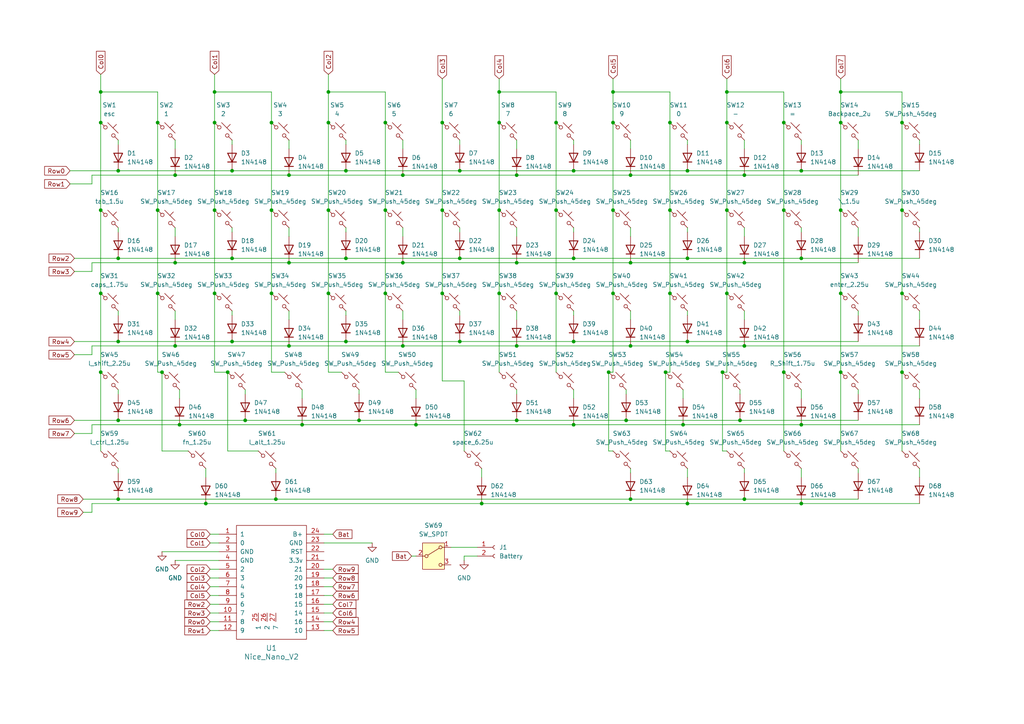
<source format=kicad_sch>
(kicad_sch (version 20250114) (generator "eeschema") (generator_version "9.0")
  (paper "A4")
  (lib_symbols
    (symbol "Connector:Conn_01x02_Socket" (pin_names (offset 1.016) (hide yes))
      (property "Reference" "J" (at 0 2.54 0))
      (property "Value" "Conn_01x02_Socket" (at 0 -5.08 0))
      (symbol "Conn_01x02_Socket_1_1"
        (pin passive line (at -5.08 0 0) (length 3.81) (name "Pin_1") (number "1"))
        (pin passive line (at -5.08 -2.54 0) (length 3.81) (name "Pin_2") (number "2"))
      )
    )
    (symbol "Diode:1N4148" (pin_numbers (hide yes)) (pin_names (hide yes))
      (property "Reference" "D" (at 0 2.54 0))
      (property "Value" "1N4148" (at 0 -2.54 0))
      (symbol "1N4148_1_1"
        (pin passive line (at -3.81 0 0) (length 2.54) (name "K") (number "1"))
        (pin passive line (at 3.81 0 180) (length 2.54) (name "A") (number "2"))
      )
    )
    (symbol "ScotoKeebs:MCU_Nice_Nano_V2" (pin_names (offset 1.016))
      (property "Reference" "U" (at 0 0 0))
      (property "Value" "Nice_Nano_V2" (at 0 -19.05 0))
      (symbol "MCU_Nice_Nano_V2_1_1"
        (pin input line (at -15.24 13.97 0) (length 5.08) (name "1") (number "1"))
        (pin input line (at -15.24 11.43 0) (length 5.08) (name "0") (number "2"))
        (pin input line (at -15.24 8.89 0) (length 5.08) (name "GND") (number "3"))
        (pin input line (at -15.24 6.35 0) (length 5.08) (name "GND") (number "4"))
        (pin input line (at -15.24 3.81 0) (length 5.08) (name "2") (number "5"))
        (pin input line (at -15.24 1.27 0) (length 5.08) (name "3") (number "6"))
        (pin input line (at -15.24 -1.27 0) (length 5.08) (name "4") (number "7"))
        (pin input line (at -15.24 -3.81 0) (length 5.08) (name "5") (number "8"))
        (pin input line (at -15.24 -6.35 0) (length 5.08) (name "6") (number "9"))
        (pin input line (at -15.24 -8.89 0) (length 5.08) (name "7") (number "10"))
        (pin input line (at -15.24 -11.43 0) (length 5.08) (name "8") (number "11"))
        (pin input line (at -15.24 -13.97 0) (length 5.08) (name "9") (number "12"))
        (pin input line (at -3.81 -8.89 270) (length 2.5) (name "1") (number "25"))
        (pin input line (at -1.27 -8.89 270) (length 2.5) (name "2") (number "26"))
        (pin input line (at 1.27 -8.89 270) (length 2.5) (name "7") (number "27"))
        (pin input line (at 15.24 13.97 180) (length 5.08) (name "B+") (number "24"))
        (pin input line (at 15.24 11.43 180) (length 5.08) (name "GND") (number "23"))
        (pin input line (at 15.24 8.89 180) (length 5.08) (name "RST") (number "22"))
        (pin input line (at 15.24 6.35 180) (length 5.08) (name "3.3v") (number "21"))
        (pin input line (at 15.24 3.81 180) (length 5.08) (name "21") (number "20"))
        (pin input line (at 15.24 1.27 180) (length 5.08) (name "20") (number "19"))
        (pin input line (at 15.24 -1.27 180) (length 5.08) (name "19") (number "18"))
        (pin input line (at 15.24 -3.81 180) (length 5.08) (name "18") (number "17"))
        (pin input line (at 15.24 -6.35 180) (length 5.08) (name "15") (number "16"))
        (pin input line (at 15.24 -8.89 180) (length 5.08) (name "14") (number "15"))
        (pin input line (at 15.24 -11.43 180) (length 5.08) (name "16") (number "14"))
        (pin input line (at 15.24 -13.97 180) (length 5.08) (name "10") (number "13"))
      )
    )
    (symbol "Switch:SW_Push_45deg" (pin_numbers (hide yes)) (pin_names (offset 1.016) (hide yes))
      (property "Reference" "SW" (at 3.048 1.016 0))
      (property "Value" "SW_Push_45deg" (at 0 -3.81 0))
      (symbol "SW_Push_45deg_0_1"
        (pin passive line (at -2.54 2.54 0) (length 0) (name "1") (number "1"))
        (pin passive line (at 2.54 -2.54 180) (length 0) (name "2") (number "2"))
      )
    )
    (symbol "Switch:SW_SPDT" (pin_names (offset 0) (hide yes))
      (property "Reference" "SW" (at 0 5.08 0))
      (property "Value" "SW_SPDT" (at 0 -5.08 0))
      (symbol "SW_SPDT_1_1"
        (pin passive line (at -5.08 0 0) (length 2.54) (name "B") (number "2"))
        (pin passive line (at 5.08 2.54 180) (length 2.54) (name "A") (number "1"))
        (pin passive line (at 5.08 -2.54 180) (length 2.54) (name "C") (number "3"))
      )
    )
    (symbol "power:GND" (power) (pin_numbers (hide yes)) (pin_names (offset 0) (hide yes))
      (property "Value" "GND" (at 0 -3.81 0))
      (symbol "GND_1_1"
        (pin power_in line (at 0 0 270) (length 0) (name "~") (number "1"))
      )
    )
  )
  (junction (at 166.37 99.06))
  (junction (at 149.86 76.2))
  (junction (at 71.12 121.92))
  (junction (at 139.7 146.05))
  (junction (at 144.78 35.56))
  (junction (at 116.84 50.8))
  (junction (at 194.31 35.56))
  (junction (at 34.29 99.06))
  (junction (at 50.8 50.8))
  (junction (at 182.88 144.78))
  (junction (at 80.01 144.78))
  (junction (at 193.04 107.95))
  (junction (at 210.82 85.09))
  (junction (at 45.72 85.09))
  (junction (at 87.63 123.19))
  (junction (at 128.27 85.09))
  (junction (at 95.25 26.67))
  (junction (at 128.27 35.56))
  (junction (at 34.29 144.78))
  (junction (at 194.31 60.96))
  (junction (at 62.23 60.96))
  (junction (at 243.84 85.09))
  (junction (at 111.76 35.56))
  (junction (at 166.37 74.93))
  (junction (at 209.55 107.95))
  (junction (at 133.35 49.53))
  (junction (at 78.74 60.96))
  (junction (at 182.88 100.33))
  (junction (at 161.29 60.96))
  (junction (at 261.62 60.96))
  (junction (at 215.9 100.33))
  (junction (at 261.62 35.56))
  (junction (at 227.33 107.95))
  (junction (at 100.33 74.93))
  (junction (at 199.39 99.06))
  (junction (at 144.78 60.96))
  (junction (at 215.9 76.2))
  (junction (at 83.82 50.8))
  (junction (at 261.62 85.09))
  (junction (at 34.29 49.53))
  (junction (at 116.84 100.33))
  (junction (at 243.84 60.96))
  (junction (at 52.07 123.19))
  (junction (at 232.41 49.53))
  (junction (at 78.74 85.09))
  (junction (at 59.69 146.05))
  (junction (at 210.82 35.56))
  (junction (at 34.29 121.92))
  (junction (at 243.84 35.56))
  (junction (at 34.29 74.93))
  (junction (at 46.99 107.95))
  (junction (at 182.88 50.8))
  (junction (at 66.04 107.95))
  (junction (at 67.31 49.53))
  (junction (at 227.33 60.96))
  (junction (at 29.21 107.95))
  (junction (at 176.53 107.95))
  (junction (at 177.8 26.67))
  (junction (at 161.29 35.56))
  (junction (at 133.35 74.93))
  (junction (at 45.72 35.56))
  (junction (at 95.25 60.96))
  (junction (at 67.31 99.06))
  (junction (at 111.76 85.09))
  (junction (at 232.41 146.05))
  (junction (at 104.14 121.92))
  (junction (at 227.33 35.56))
  (junction (at 215.9 144.78))
  (junction (at 83.82 100.33))
  (junction (at 177.8 60.96))
  (junction (at 67.31 74.93))
  (junction (at 29.21 26.67))
  (junction (at 100.33 99.06))
  (junction (at 95.25 85.09))
  (junction (at 177.8 85.09))
  (junction (at 144.78 85.09))
  (junction (at 214.63 121.92))
  (junction (at 128.27 60.96))
  (junction (at 149.86 50.8))
  (junction (at 166.37 49.53))
  (junction (at 243.84 107.95))
  (junction (at 198.12 123.19))
  (junction (at 50.8 76.2))
  (junction (at 100.33 49.53))
  (junction (at 166.37 123.19))
  (junction (at 149.86 121.92))
  (junction (at 261.62 107.95))
  (junction (at 120.65 123.19))
  (junction (at 83.82 76.2))
  (junction (at 144.78 26.67))
  (junction (at 232.41 74.93))
  (junction (at 199.39 146.05))
  (junction (at 29.21 85.09))
  (junction (at 116.84 76.2))
  (junction (at 62.23 26.67))
  (junction (at 182.88 76.2))
  (junction (at 181.61 121.92))
  (junction (at 177.8 35.56))
  (junction (at 210.82 60.96))
  (junction (at 194.31 85.09))
  (junction (at 29.21 35.56))
  (junction (at 29.21 60.96))
  (junction (at 78.74 35.56))
  (junction (at 243.84 26.67))
  (junction (at 210.82 26.67))
  (junction (at 45.72 60.96))
  (junction (at 62.23 35.56))
  (junction (at 133.35 99.06))
  (junction (at 215.9 50.8))
  (junction (at 232.41 123.19))
  (junction (at 199.39 74.93))
  (junction (at 62.23 85.09))
  (junction (at 95.25 35.56))
  (junction (at 199.39 49.53))
  (junction (at 149.86 100.33))
  (junction (at 111.76 60.96))
  (junction (at 50.8 100.33))
  (junction (at 161.29 85.09))
  (wire (pts (xy 62.23 60.96) (xy 62.23 85.09)))
  (wire (pts (xy 34.29 74.93) (xy 67.31 74.93)))
  (wire (pts (xy 83.82 50.8) (xy 116.84 50.8)))
  (wire (pts (xy 182.88 100.33) (xy 215.9 100.33)))
  (wire (pts (xy 181.61 121.92) (xy 214.63 121.92)))
  (wire (pts (xy 50.8 162.56) (xy 63.5 162.56)))
  (wire (pts (xy 182.88 135.89) (xy 182.88 137.16)))
  (wire (pts (xy 266.7 135.89) (xy 266.7 138.43)))
  (wire (pts (xy 210.82 35.56) (xy 210.82 60.96)))
  (wire (pts (xy 182.88 90.17) (xy 182.88 92.71)))
  (wire (pts (xy 215.9 144.78) (xy 248.92 144.78)))
  (wire (pts (xy 149.86 100.33) (xy 182.88 100.33)))
  (wire (pts (xy 34.29 121.92) (xy 71.12 121.92)))
  (wire (pts (xy 71.12 113.03) (xy 71.12 114.3)))
  (wire (pts (xy 232.41 66.04) (xy 232.41 67.31)))
  (wire (pts (xy 243.84 60.96) (xy 243.84 85.09)))
  (wire (pts (xy 199.39 90.17) (xy 199.39 91.44)))
  (wire (pts (xy 67.31 49.53) (xy 100.33 49.53)))
  (wire (pts (xy 96.52 175.26) (xy 93.98 175.26)))
  (wire (pts (xy 176.53 107.95) (xy 176.53 130.81)))
  (wire (pts (xy 199.39 146.05) (xy 232.41 146.05)))
  (wire (pts (xy 34.29 99.06) (xy 67.31 99.06)))
  (wire (pts (xy 119.38 161.29) (xy 120.65 161.29)))
  (wire (pts (xy 243.84 107.95) (xy 243.84 130.81)))
  (wire (pts (xy 34.29 40.64) (xy 34.29 41.91)))
  (wire (pts (xy 50.8 90.17) (xy 50.8 92.71)))
  (wire (pts (xy 232.41 40.64) (xy 232.41 41.91)))
  (wire (pts (xy 60.96 154.94) (xy 63.5 154.94)))
  (wire (pts (xy 66.04 130.81) (xy 74.93 130.81)))
  (wire (pts (xy 78.74 35.56) (xy 78.74 60.96)))
  (wire (pts (xy 210.82 26.67) (xy 227.33 26.67)))
  (wire (pts (xy 232.41 74.93) (xy 266.7 74.93)))
  (wire (pts (xy 111.76 26.67) (xy 95.25 26.67)))
  (wire (pts (xy 177.8 85.09) (xy 177.8 107.95)))
  (wire (pts (xy 177.8 22.86) (xy 177.8 26.67)))
  (wire (pts (xy 232.41 123.19) (xy 266.7 123.19)))
  (wire (pts (xy 67.31 74.93) (xy 100.33 74.93)))
  (wire (pts (xy 232.41 135.89) (xy 232.41 138.43)))
  (wire (pts (xy 210.82 26.67) (xy 210.82 35.56)))
  (wire (pts (xy 133.35 90.17) (xy 133.35 91.44)))
  (wire (pts (xy 144.78 35.56) (xy 144.78 60.96)))
  (wire (pts (xy 198.12 113.03) (xy 198.12 115.57)))
  (wire (pts (xy 243.84 35.56) (xy 243.84 60.96)))
  (wire (pts (xy 261.62 107.95) (xy 261.62 130.81)))
  (wire (pts (xy 215.9 50.8) (xy 248.92 50.8)))
  (wire (pts (xy 116.84 50.8) (xy 149.86 50.8)))
  (wire (pts (xy 248.92 90.17) (xy 248.92 91.44)))
  (wire (pts (xy 52.07 113.03) (xy 52.07 115.57)))
  (wire (pts (xy 166.37 66.04) (xy 166.37 67.31)))
  (wire (pts (xy 133.35 74.93) (xy 166.37 74.93)))
  (wire (pts (xy 78.74 60.96) (xy 78.74 85.09)))
  (wire (pts (xy 50.8 100.33) (xy 26.67 100.33)))
  (wire (pts (xy 116.84 90.17) (xy 116.84 92.71)))
  (wire (pts (xy 198.12 123.19) (xy 232.41 123.19)))
  (wire (pts (xy 60.96 182.88) (xy 63.5 182.88)))
  (wire (pts (xy 243.84 85.09) (xy 243.84 107.95)))
  (wire (pts (xy 95.25 35.56) (xy 95.25 60.96)))
  (wire (pts (xy 166.37 40.64) (xy 166.37 41.91)))
  (wire (pts (xy 95.25 21.59) (xy 95.25 26.67)))
  (wire (pts (xy 24.13 144.78) (xy 34.29 144.78)))
  (wire (pts (xy 214.63 113.03) (xy 214.63 114.3)))
  (wire (pts (xy 166.37 49.53) (xy 199.39 49.53)))
  (wire (pts (xy 21.59 125.73) (xy 26.67 125.73)))
  (wire (pts (xy 161.29 85.09) (xy 161.29 107.95)))
  (wire (pts (xy 111.76 60.96) (xy 111.76 85.09)))
  (wire (pts (xy 80.01 135.89) (xy 80.01 137.16)))
  (wire (pts (xy 133.35 40.64) (xy 133.35 41.91)))
  (wire (pts (xy 133.35 66.04) (xy 133.35 67.31)))
  (wire (pts (xy 227.33 107.95) (xy 227.33 130.81)))
  (wire (pts (xy 134.62 161.29) (xy 134.62 162.56)))
  (wire (pts (xy 133.35 99.06) (xy 166.37 99.06)))
  (wire (pts (xy 209.55 107.95) (xy 209.55 130.81)))
  (wire (pts (xy 50.8 50.8) (xy 83.82 50.8)))
  (wire (pts (xy 177.8 26.67) (xy 177.8 35.56)))
  (wire (pts (xy 215.9 76.2) (xy 248.92 76.2)))
  (wire (pts (xy 209.55 130.81) (xy 210.82 130.81)))
  (wire (pts (xy 60.96 170.18) (xy 63.5 170.18)))
  (wire (pts (xy 166.37 113.03) (xy 166.37 115.57)))
  (wire (pts (xy 166.37 99.06) (xy 199.39 99.06)))
  (wire (pts (xy 149.86 40.64) (xy 149.86 43.18)))
  (wire (pts (xy 45.72 85.09) (xy 45.72 107.95)))
  (wire (pts (xy 34.29 144.78) (xy 80.01 144.78)))
  (wire (pts (xy 248.92 135.89) (xy 248.92 137.16)))
  (wire (pts (xy 243.84 22.86) (xy 243.84 26.67)))
  (wire (pts (xy 80.01 144.78) (xy 182.88 144.78)))
  (wire (pts (xy 95.25 26.67) (xy 95.25 35.56)))
  (wire (pts (xy 67.31 40.64) (xy 67.31 41.91)))
  (wire (pts (xy 60.96 180.34) (xy 63.5 180.34)))
  (wire (pts (xy 194.31 35.56) (xy 194.31 60.96)))
  (wire (pts (xy 96.52 172.72) (xy 93.98 172.72)))
  (wire (pts (xy 20.32 49.53) (xy 34.29 49.53)))
  (wire (pts (xy 199.39 66.04) (xy 199.39 67.31)))
  (wire (pts (xy 52.07 123.19) (xy 87.63 123.19)))
  (wire (pts (xy 26.67 148.59) (xy 24.13 148.59)))
  (wire (pts (xy 96.52 170.18) (xy 93.98 170.18)))
  (wire (pts (xy 26.67 100.33) (xy 26.67 102.87)))
  (wire (pts (xy 116.84 76.2) (xy 149.86 76.2)))
  (wire (pts (xy 193.04 107.95) (xy 193.04 130.81)))
  (wire (pts (xy 243.84 26.67) (xy 261.62 26.67)))
  (wire (pts (xy 161.29 60.96) (xy 161.29 85.09)))
  (wire (pts (xy 87.63 123.19) (xy 120.65 123.19)))
  (wire (pts (xy 139.7 135.89) (xy 139.7 138.43)))
  (wire (pts (xy 59.69 135.89) (xy 59.69 138.43)))
  (wire (pts (xy 194.31 107.95) (xy 193.04 107.95)))
  (wire (pts (xy 111.76 107.95) (xy 115.57 107.95)))
  (wire (pts (xy 95.25 60.96) (xy 95.25 85.09)))
  (wire (pts (xy 34.29 135.89) (xy 34.29 137.16)))
  (wire (pts (xy 227.33 26.67) (xy 227.33 35.56)))
  (wire (pts (xy 21.59 74.93) (xy 34.29 74.93)))
  (wire (pts (xy 29.21 26.67) (xy 29.21 35.56)))
  (wire (pts (xy 149.86 50.8) (xy 182.88 50.8)))
  (wire (pts (xy 96.52 165.1) (xy 93.98 165.1)))
  (wire (pts (xy 29.21 21.59) (xy 29.21 26.67)))
  (wire (pts (xy 83.82 76.2) (xy 116.84 76.2)))
  (wire (pts (xy 177.8 107.95) (xy 176.53 107.95)))
  (wire (pts (xy 215.9 40.64) (xy 215.9 43.18)))
  (wire (pts (xy 182.88 144.78) (xy 215.9 144.78)))
  (wire (pts (xy 60.96 175.26) (xy 63.5 175.26)))
  (wire (pts (xy 83.82 40.64) (xy 83.82 43.18)))
  (wire (pts (xy 26.67 146.05) (xy 26.67 148.59)))
  (wire (pts (xy 166.37 123.19) (xy 198.12 123.19)))
  (wire (pts (xy 46.99 160.02) (xy 63.5 160.02)))
  (wire (pts (xy 116.84 66.04) (xy 116.84 68.58)))
  (wire (pts (xy 210.82 22.86) (xy 210.82 26.67)))
  (wire (pts (xy 182.88 76.2) (xy 215.9 76.2)))
  (wire (pts (xy 128.27 60.96) (xy 128.27 85.09)))
  (wire (pts (xy 26.67 123.19) (xy 52.07 123.19)))
  (wire (pts (xy 111.76 35.56) (xy 111.76 60.96)))
  (wire (pts (xy 100.33 90.17) (xy 100.33 91.44)))
  (wire (pts (xy 96.52 177.8) (xy 93.98 177.8)))
  (wire (pts (xy 266.7 90.17) (xy 266.7 92.71)))
  (wire (pts (xy 66.04 107.95) (xy 66.04 130.81)))
  (wire (pts (xy 116.84 100.33) (xy 149.86 100.33)))
  (wire (pts (xy 46.99 107.95) (xy 46.99 130.81)))
  (wire (pts (xy 144.78 26.67) (xy 161.29 26.67)))
  (wire (pts (xy 227.33 60.96) (xy 227.33 107.95)))
  (wire (pts (xy 116.84 40.64) (xy 116.84 43.18)))
  (wire (pts (xy 210.82 85.09) (xy 210.82 107.95)))
  (wire (pts (xy 194.31 85.09) (xy 194.31 107.95)))
  (wire (pts (xy 34.29 90.17) (xy 34.29 91.44)))
  (wire (pts (xy 166.37 90.17) (xy 166.37 91.44)))
  (wire (pts (xy 232.41 49.53) (xy 266.7 49.53)))
  (wire (pts (xy 111.76 85.09) (xy 111.76 107.95)))
  (wire (pts (xy 21.59 78.74) (xy 26.67 78.74)))
  (wire (pts (xy 149.86 121.92) (xy 181.61 121.92)))
  (wire (pts (xy 62.23 107.95) (xy 66.04 107.95)))
  (wire (pts (xy 181.61 113.03) (xy 181.61 114.3)))
  (wire (pts (xy 182.88 66.04) (xy 182.88 68.58)))
  (wire (pts (xy 139.7 146.05) (xy 199.39 146.05)))
  (wire (pts (xy 215.9 135.89) (xy 215.9 137.16)))
  (wire (pts (xy 62.23 21.59) (xy 62.23 26.67)))
  (wire (pts (xy 62.23 26.67) (xy 62.23 35.56)))
  (wire (pts (xy 59.69 146.05) (xy 26.67 146.05)))
  (wire (pts (xy 83.82 100.33) (xy 116.84 100.33)))
  (wire (pts (xy 120.65 123.19) (xy 166.37 123.19)))
  (wire (pts (xy 29.21 35.56) (xy 29.21 60.96)))
  (wire (pts (xy 93.98 154.94) (xy 96.52 154.94)))
  (wire (pts (xy 96.52 182.88) (xy 93.98 182.88)))
  (wire (pts (xy 161.29 26.67) (xy 161.29 35.56)))
  (wire (pts (xy 161.29 35.56) (xy 161.29 60.96)))
  (wire (pts (xy 62.23 85.09) (xy 62.23 107.95)))
  (wire (pts (xy 26.67 125.73) (xy 26.67 123.19)))
  (wire (pts (xy 248.92 40.64) (xy 248.92 43.18)))
  (wire (pts (xy 29.21 107.95) (xy 29.21 130.81)))
  (wire (pts (xy 177.8 60.96) (xy 177.8 85.09)))
  (wire (pts (xy 45.72 35.56) (xy 45.72 60.96)))
  (wire (pts (xy 71.12 121.92) (xy 104.14 121.92)))
  (wire (pts (xy 210.82 107.95) (xy 209.55 107.95)))
  (wire (pts (xy 149.86 90.17) (xy 149.86 92.71)))
  (wire (pts (xy 83.82 90.17) (xy 83.82 92.71)))
  (wire (pts (xy 261.62 60.96) (xy 261.62 85.09)))
  (wire (pts (xy 50.8 40.64) (xy 50.8 43.18)))
  (wire (pts (xy 215.9 100.33) (xy 266.7 100.33)))
  (wire (pts (xy 50.8 76.2) (xy 83.82 76.2)))
  (wire (pts (xy 34.29 66.04) (xy 34.29 67.31)))
  (wire (pts (xy 227.33 35.56) (xy 227.33 60.96)))
  (wire (pts (xy 45.72 35.56) (xy 45.72 26.67)))
  (wire (pts (xy 248.92 113.03) (xy 248.92 114.3)))
  (wire (pts (xy 261.62 85.09) (xy 261.62 107.95)))
  (wire (pts (xy 182.88 40.64) (xy 182.88 43.18)))
  (wire (pts (xy 144.78 22.86) (xy 144.78 26.67)))
  (wire (pts (xy 266.7 113.03) (xy 266.7 115.57)))
  (wire (pts (xy 210.82 60.96) (xy 210.82 85.09)))
  (wire (pts (xy 133.35 49.53) (xy 166.37 49.53)))
  (wire (pts (xy 166.37 74.93) (xy 199.39 74.93)))
  (wire (pts (xy 261.62 26.67) (xy 261.62 35.56)))
  (wire (pts (xy 29.21 60.96) (xy 29.21 85.09)))
  (wire (pts (xy 34.29 113.03) (xy 34.29 114.3)))
  (wire (pts (xy 45.72 26.67) (xy 29.21 26.67)))
  (wire (pts (xy 177.8 35.56) (xy 177.8 60.96)))
  (wire (pts (xy 100.33 66.04) (xy 100.33 67.31)))
  (wire (pts (xy 60.96 165.1) (xy 63.5 165.1)))
  (wire (pts (xy 128.27 85.09) (xy 128.27 110.49)))
  (wire (pts (xy 21.59 121.92) (xy 34.29 121.92)))
  (wire (pts (xy 144.78 26.67) (xy 144.78 35.56)))
  (wire (pts (xy 215.9 66.04) (xy 215.9 68.58)))
  (wire (pts (xy 128.27 22.86) (xy 128.27 35.56)))
  (wire (pts (xy 149.86 113.03) (xy 149.86 114.3)))
  (wire (pts (xy 100.33 74.93) (xy 133.35 74.93)))
  (wire (pts (xy 120.65 113.03) (xy 120.65 115.57)))
  (wire (pts (xy 67.31 99.06) (xy 100.33 99.06)))
  (wire (pts (xy 215.9 90.17) (xy 215.9 92.71)))
  (wire (pts (xy 243.84 26.67) (xy 243.84 35.56)))
  (wire (pts (xy 199.39 135.89) (xy 199.39 138.43)))
  (wire (pts (xy 194.31 26.67) (xy 194.31 35.56)))
  (wire (pts (xy 93.98 157.48) (xy 107.95 157.48)))
  (wire (pts (xy 266.7 66.04) (xy 266.7 67.31)))
  (wire (pts (xy 232.41 113.03) (xy 232.41 115.57)))
  (wire (pts (xy 138.43 161.29) (xy 134.62 161.29)))
  (wire (pts (xy 193.04 130.81) (xy 194.31 130.81)))
  (wire (pts (xy 100.33 49.53) (xy 133.35 49.53)))
  (wire (pts (xy 104.14 113.03) (xy 104.14 114.3)))
  (wire (pts (xy 149.86 66.04) (xy 149.86 68.58)))
  (wire (pts (xy 26.67 102.87) (xy 21.59 102.87)))
  (wire (pts (xy 96.52 180.34) (xy 93.98 180.34)))
  (wire (pts (xy 62.23 35.56) (xy 62.23 60.96)))
  (wire (pts (xy 62.23 26.67) (xy 78.74 26.67)))
  (wire (pts (xy 34.29 49.53) (xy 67.31 49.53)))
  (wire (pts (xy 45.72 107.95) (xy 46.99 107.95)))
  (wire (pts (xy 96.52 167.64) (xy 93.98 167.64)))
  (wire (pts (xy 67.31 90.17) (xy 67.31 91.44)))
  (wire (pts (xy 194.31 60.96) (xy 194.31 85.09)))
  (wire (pts (xy 95.25 107.95) (xy 99.06 107.95)))
  (wire (pts (xy 232.41 146.05) (xy 266.7 146.05)))
  (wire (pts (xy 199.39 49.53) (xy 232.41 49.53)))
  (wire (pts (xy 26.67 76.2) (xy 50.8 76.2)))
  (wire (pts (xy 67.31 66.04) (xy 67.31 67.31)))
  (wire (pts (xy 50.8 66.04) (xy 50.8 68.58)))
  (wire (pts (xy 78.74 107.95) (xy 82.55 107.95)))
  (wire (pts (xy 248.92 66.04) (xy 248.92 68.58)))
  (wire (pts (xy 149.86 76.2) (xy 182.88 76.2)))
  (wire (pts (xy 50.8 100.33) (xy 83.82 100.33)))
  (wire (pts (xy 128.27 110.49) (xy 134.62 110.49)))
  (wire (pts (xy 26.67 78.74) (xy 26.67 76.2)))
  (wire (pts (xy 130.81 158.75) (xy 138.43 158.75)))
  (wire (pts (xy 111.76 35.56) (xy 111.76 26.67)))
  (wire (pts (xy 199.39 40.64) (xy 199.39 41.91)))
  (wire (pts (xy 134.62 110.49) (xy 134.62 130.81)))
  (wire (pts (xy 144.78 60.96) (xy 144.78 85.09)))
  (wire (pts (xy 95.25 85.09) (xy 95.25 107.95)))
  (wire (pts (xy 60.96 157.48) (xy 63.5 157.48)))
  (wire (pts (xy 261.62 35.56) (xy 261.62 60.96)))
  (wire (pts (xy 78.74 26.67) (xy 78.74 35.56)))
  (wire (pts (xy 26.67 53.34) (xy 26.67 50.8)))
  (wire (pts (xy 78.74 85.09) (xy 78.74 107.95)))
  (wire (pts (xy 182.88 50.8) (xy 215.9 50.8)))
  (wire (pts (xy 100.33 40.64) (xy 100.33 41.91)))
  (wire (pts (xy 128.27 35.56) (xy 128.27 60.96)))
  (wire (pts (xy 60.96 167.64) (xy 63.5 167.64)))
  (wire (pts (xy 214.63 121.92) (xy 248.92 121.92)))
  (wire (pts (xy 60.96 177.8) (xy 63.5 177.8)))
  (wire (pts (xy 104.14 121.92) (xy 149.86 121.92)))
  (wire (pts (xy 266.7 40.64) (xy 266.7 41.91)))
  (wire (pts (xy 20.32 53.34) (xy 26.67 53.34)))
  (wire (pts (xy 87.63 113.03) (xy 87.63 115.57)))
  (wire (pts (xy 83.82 66.04) (xy 83.82 68.58)))
  (wire (pts (xy 45.72 60.96) (xy 45.72 85.09)))
  (wire (pts (xy 59.69 146.05) (xy 139.7 146.05)))
  (wire (pts (xy 176.53 130.81) (xy 177.8 130.81)))
  (wire (pts (xy 100.33 99.06) (xy 133.35 99.06)))
  (wire (pts (xy 21.59 99.06) (xy 34.29 99.06)))
  (wire (pts (xy 29.21 85.09) (xy 29.21 107.95)))
  (wire (pts (xy 199.39 99.06) (xy 248.92 99.06)))
  (wire (pts (xy 199.39 74.93) (xy 232.41 74.93)))
  (wire (pts (xy 46.99 130.81) (xy 54.61 130.81)))
  (wire (pts (xy 177.8 26.67) (xy 194.31 26.67)))
  (wire (pts (xy 60.96 172.72) (xy 63.5 172.72)))
  (wire (pts (xy 144.78 85.09) (xy 144.78 107.95)))
  (wire (pts (xy 26.67 50.8) (xy 50.8 50.8)))
  (global_label "Row0" (shape input) (at 60.96 180.34 180) (property "Intersheetrefs" "${INTERSHEET_REFS}" (effects (hide yes))))
  (global_label "Row9" (shape input) (at 96.52 165.1 0) (property "Intersheetrefs" "${INTERSHEET_REFS}" (effects (hide yes))))
  (global_label "Col3" (shape input) (at 128.27 22.86 90) (property "Intersheetrefs" "${INTERSHEET_REFS}" (effects (hide yes))))
  (global_label "Col1" (shape input) (at 60.96 157.48 180) (property "Intersheetrefs" "${INTERSHEET_REFS}" (effects (hide yes))))
  (global_label "Row2" (shape input) (at 21.59 74.93 180) (property "Intersheetrefs" "${INTERSHEET_REFS}" (effects (hide yes))))
  (global_label "Row1" (shape input) (at 20.32 53.34 180) (property "Intersheetrefs" "${INTERSHEET_REFS}" (effects (hide yes))))
  (global_label "Row5" (shape input) (at 96.52 182.88 0) (property "Intersheetrefs" "${INTERSHEET_REFS}" (effects (hide yes))))
  (global_label "Bat" (shape input) (at 119.38 161.29 180) (property "Intersheetrefs" "${INTERSHEET_REFS}" (effects (hide yes))))
  (global_label "Col6" (shape input) (at 96.52 177.8 0) (property "Intersheetrefs" "${INTERSHEET_REFS}" (effects (hide yes))))
  (global_label "Row8" (shape input) (at 96.52 167.64 0) (property "Intersheetrefs" "${INTERSHEET_REFS}" (effects (hide yes))))
  (global_label "Col3" (shape input) (at 60.96 167.64 180) (property "Intersheetrefs" "${INTERSHEET_REFS}" (effects (hide yes))))
  (global_label "Row0" (shape input) (at 20.32 49.53 180) (property "Intersheetrefs" "${INTERSHEET_REFS}" (effects (hide yes))))
  (global_label "Row7" (shape input) (at 21.59 125.73 180) (property "Intersheetrefs" "${INTERSHEET_REFS}" (effects (hide yes))))
  (global_label "Col5" (shape input) (at 60.96 172.72 180) (property "Intersheetrefs" "${INTERSHEET_REFS}" (effects (hide yes))))
  (global_label "Col0" (shape input) (at 29.21 21.59 90) (property "Intersheetrefs" "${INTERSHEET_REFS}" (effects (hide yes))))
  (global_label "Row4" (shape input) (at 96.52 180.34 0) (property "Intersheetrefs" "${INTERSHEET_REFS}" (effects (hide yes))))
  (global_label "Bat" (shape input) (at 96.52 154.94 0) (property "Intersheetrefs" "${INTERSHEET_REFS}" (effects (hide yes))))
  (global_label "Col7" (shape input) (at 243.84 22.86 90) (property "Intersheetrefs" "${INTERSHEET_REFS}" (effects (hide yes))))
  (global_label "Row7" (shape input) (at 96.52 170.18 0) (property "Intersheetrefs" "${INTERSHEET_REFS}" (effects (hide yes))))
  (global_label "Row6" (shape input) (at 96.52 172.72 0) (property "Intersheetrefs" "${INTERSHEET_REFS}" (effects (hide yes))))
  (global_label "Row3" (shape input) (at 21.59 78.74 180) (property "Intersheetrefs" "${INTERSHEET_REFS}" (effects (hide yes))))
  (global_label "Col6" (shape input) (at 210.82 22.86 90) (property "Intersheetrefs" "${INTERSHEET_REFS}" (effects (hide yes))))
  (global_label "Row5" (shape input) (at 21.59 102.87 180) (property "Intersheetrefs" "${INTERSHEET_REFS}" (effects (hide yes))))
  (global_label "Row9" (shape input) (at 24.13 148.59 180) (property "Intersheetrefs" "${INTERSHEET_REFS}" (effects (hide yes))))
  (global_label "Col0" (shape input) (at 60.96 154.94 180) (property "Intersheetrefs" "${INTERSHEET_REFS}" (effects (hide yes))))
  (global_label "Row4" (shape input) (at 21.59 99.06 180) (property "Intersheetrefs" "${INTERSHEET_REFS}" (effects (hide yes))))
  (global_label "Col2" (shape input) (at 60.96 165.1 180) (property "Intersheetrefs" "${INTERSHEET_REFS}" (effects (hide yes))))
  (global_label "Row6" (shape input) (at 21.59 121.92 180) (property "Intersheetrefs" "${INTERSHEET_REFS}" (effects (hide yes))))
  (global_label "Col1" (shape input) (at 62.23 21.59 90) (property "Intersheetrefs" "${INTERSHEET_REFS}" (effects (hide yes))))
  (global_label "Col2" (shape input) (at 95.25 21.59 90) (property "Intersheetrefs" "${INTERSHEET_REFS}" (effects (hide yes))))
  (global_label "Col7" (shape input) (at 96.52 175.26 0) (property "Intersheetrefs" "${INTERSHEET_REFS}" (effects (hide yes))))
  (global_label "Row1" (shape input) (at 60.96 182.88 180) (property "Intersheetrefs" "${INTERSHEET_REFS}" (effects (hide yes))))
  (global_label "Row8" (shape input) (at 24.13 144.78 180) (property "Intersheetrefs" "${INTERSHEET_REFS}" (effects (hide yes))))
  (global_label "Col4" (shape input) (at 144.78 22.86 90) (property "Intersheetrefs" "${INTERSHEET_REFS}" (effects (hide yes))))
  (global_label "Row3" (shape input) (at 60.96 177.8 180) (property "Intersheetrefs" "${INTERSHEET_REFS}" (effects (hide yes))))
  (global_label "Col4" (shape input) (at 60.96 170.18 180) (property "Intersheetrefs" "${INTERSHEET_REFS}" (effects (hide yes))))
  (global_label "Col5" (shape input) (at 177.8 22.86 90) (property "Intersheetrefs" "${INTERSHEET_REFS}" (effects (hide yes))))
  (global_label "Row2" (shape input) (at 60.96 175.26 180) (property "Intersheetrefs" "${INTERSHEET_REFS}" (effects (hide yes))))
  (symbol (lib_id "Switch:SW_Push_45deg") (at 163.83 110.49 0) (unit 1)
    (property "Reference" "SW52" (at 163.83 102.87 0))
    (property "Value" "SW_Push_45deg" (at 163.83 105.41 0))
    (property "Footprint" "ScottoKeebs_Hotswap:Hotswap_MX_Plated_1.00u" (effects (hide yes)))
    (property "Description" "Push button switch, normally open, two pins, 45° tilted" (effects (hide yes)))
  )
  (symbol (lib_id "Diode:1N4148") (at 116.84 72.39 90) (unit 1)
    (property "Reference" "D21" (at 119.38 71.1199 90) (effects (justify right)))
    (property "Value" "1N4148" (at 119.38 73.6599 90) (effects (justify right)))
    (property "Footprint" "Diode_THT:D_DO-35_SOD27_P7.62mm_Horizontal" (effects (hide yes)))
    (property "Datasheet" "https://assets.nexperia.com/documents/data-sheet/1N4148_1N4448.pdf" (effects (hide yes)))
    (property "Description" "100V 0.15A standard switching diode, DO-35" (effects (hide yes)))
    (property "Sim.Device" "D" (effects (hide yes)))
    (property "Sim.Pins" "1=K 2=A" (effects (hide yes)))
  )
  (symbol (lib_id "Switch:SW_Push_45deg") (at 264.16 110.49 0) (unit 1)
    (property "Reference" "SW58" (at 264.16 102.87 0))
    (property "Value" "SW_Push_45deg" (at 264.16 105.41 0))
    (property "Footprint" "ScottoKeebs_Hotswap:Hotswap_MX_Plated_1.00u" (effects (hide yes)))
    (property "Description" "Push button switch, normally open, two pins, 45° tilted" (effects (hide yes)))
  )
  (symbol (lib_id "Switch:SW_Push_45deg") (at 64.77 63.5 0) (unit 1)
    (property "Reference" "SW18" (at 64.77 55.88 0))
    (property "Value" "SW_Push_45deg" (at 64.77 58.42 0))
    (property "Footprint" "ScottoKeebs_Hotswap:Hotswap_MX_Plated_1.00u" (effects (hide yes)))
    (property "Description" "Push button switch, normally open, two pins, 45° tilted" (effects (hide yes)))
  )
  (symbol (lib_id "Diode:1N4148") (at 104.14 118.11 90) (unit 1)
    (property "Reference" "D49" (at 106.68 116.8399 90) (effects (justify right)))
    (property "Value" "1N4148" (at 106.68 119.3799 90) (effects (justify right)))
    (property "Footprint" "Diode_THT:D_DO-35_SOD27_P7.62mm_Horizontal" (effects (hide yes)))
    (property "Datasheet" "https://assets.nexperia.com/documents/data-sheet/1N4148_1N4448.pdf" (effects (hide yes)))
    (property "Description" "100V 0.15A standard switching diode, DO-35" (effects (hide yes)))
    (property "Sim.Device" "D" (effects (hide yes)))
    (property "Sim.Pins" "1=K 2=A" (effects (hide yes)))
  )
  (symbol (lib_id "Switch:SW_Push_45deg") (at 229.87 38.1 0) (unit 1)
    (property "Reference" "SW13" (at 229.87 30.48 0))
    (property "Value" "=" (at 229.87 33.02 0))
    (property "Footprint" "ScottoKeebs_Hotswap:Hotswap_MX_Plated_1.00u" (effects (hide yes)))
    (property "Description" "Push button switch, normally open, two pins, 45° tilted" (effects (hide yes)))
  )
  (symbol (lib_id "Diode:1N4148") (at 248.92 46.99 90) (unit 1)
    (property "Reference" "D14" (at 251.46 45.7199 90) (effects (justify right)))
    (property "Value" "1N4148" (at 251.46 48.2599 90) (effects (justify right)))
    (property "Footprint" "Diode_THT:D_DO-35_SOD27_P7.62mm_Horizontal" (effects (hide yes)))
    (property "Datasheet" "https://assets.nexperia.com/documents/data-sheet/1N4148_1N4448.pdf" (effects (hide yes)))
    (property "Description" "100V 0.15A standard switching diode, DO-35" (effects (hide yes)))
    (property "Sim.Device" "D" (effects (hide yes)))
    (property "Sim.Pins" "1=K 2=A" (effects (hide yes)))
  )
  (symbol (lib_id "Switch:SW_Push_45deg") (at 229.87 63.5 0) (unit 1)
    (property "Reference" "SW28" (at 229.87 55.88 0))
    (property "Value" "SW_Push_45deg" (at 229.87 58.42 0))
    (property "Footprint" "ScottoKeebs_Hotswap:Hotswap_MX_Plated_1.00u" (effects (hide yes)))
    (property "Description" "Push button switch, normally open, two pins, 45° tilted" (effects (hide yes)))
  )
  (symbol (lib_id "Diode:1N4148") (at 50.8 46.99 90) (unit 1)
    (property "Reference" "D2" (at 53.34 45.7199 90) (effects (justify right)))
    (property "Value" "1N4148" (at 53.34 48.2599 90) (effects (justify right)))
    (property "Footprint" "Diode_THT:D_DO-35_SOD27_P7.62mm_Horizontal" (effects (hide yes)))
    (property "Datasheet" "https://assets.nexperia.com/documents/data-sheet/1N4148_1N4448.pdf" (effects (hide yes)))
    (property "Description" "100V 0.15A standard switching diode, DO-35" (effects (hide yes)))
    (property "Sim.Device" "D" (effects (hide yes)))
    (property "Sim.Pins" "1=K 2=A" (effects (hide yes)))
  )
  (symbol (lib_id "Diode:1N4148") (at 215.9 96.52 90) (unit 1)
    (property "Reference" "D42" (at 218.44 95.2499 90) (effects (justify right)))
    (property "Value" "1N4148" (at 218.44 97.7899 90) (effects (justify right)))
    (property "Footprint" "Diode_THT:D_DO-35_SOD27_P7.62mm_Horizontal" (effects (hide yes)))
    (property "Datasheet" "https://assets.nexperia.com/documents/data-sheet/1N4148_1N4448.pdf" (effects (hide yes)))
    (property "Description" "100V 0.15A standard switching diode, DO-35" (effects (hide yes)))
    (property "Sim.Device" "D" (effects (hide yes)))
    (property "Sim.Pins" "1=K 2=A" (effects (hide yes)))
  )
  (symbol (lib_id "Diode:1N4148") (at 248.92 140.97 90) (unit 1)
    (property "Reference" "D67" (at 251.46 139.6999 90) (effects (justify right)))
    (property "Value" "1N4148" (at 251.46 142.2399 90) (effects (justify right)))
    (property "Footprint" "Diode_THT:D_DO-35_SOD27_P7.62mm_Horizontal" (effects (hide yes)))
    (property "Datasheet" "https://assets.nexperia.com/documents/data-sheet/1N4148_1N4448.pdf" (effects (hide yes)))
    (property "Description" "100V 0.15A standard switching diode, DO-35" (effects (hide yes)))
    (property "Sim.Device" "D" (effects (hide yes)))
    (property "Sim.Pins" "1=K 2=A" (effects (hide yes)))
  )
  (symbol (lib_id "Diode:1N4148") (at 199.39 45.72 90) (unit 1)
    (property "Reference" "D11" (at 201.93 44.4499 90) (effects (justify right)))
    (property "Value" "1N4148" (at 201.93 46.9899 90) (effects (justify right)))
    (property "Footprint" "Diode_THT:D_DO-35_SOD27_P7.62mm_Horizontal" (effects (hide yes)))
    (property "Datasheet" "https://assets.nexperia.com/documents/data-sheet/1N4148_1N4448.pdf" (effects (hide yes)))
    (property "Description" "100V 0.15A standard switching diode, DO-35" (effects (hide yes)))
    (property "Sim.Device" "D" (effects (hide yes)))
    (property "Sim.Pins" "1=K 2=A" (effects (hide yes)))
  )
  (symbol (lib_id "Switch:SW_Push_45deg") (at 64.77 87.63 0) (unit 1)
    (property "Reference" "SW33" (at 64.77 80.01 0))
    (property "Value" "SW_Push_45deg" (at 64.77 82.55 0))
    (property "Footprint" "ScottoKeebs_Hotswap:Hotswap_MX_Plated_1.00u" (effects (hide yes)))
    (property "Description" "Push button switch, normally open, two pins, 45° tilted" (effects (hide yes)))
  )
  (symbol (lib_id "ScotoKeebs:MCU_Nice_Nano_V2") (at 78.74 168.91 0) (unit 1)
    (property "Reference" "U1" (at 78.74 187.96 0) (effects (font (size 1.524 1.524))))
    (property "Value" "Nice_Nano_V2" (at 78.74 190.5 0) (effects (font (size 1.524 1.524))))
    (property "Footprint" "ScottoKeebs_MCU:Nice_Nano_V2" (effects (hide yes)))
  )
  (symbol (lib_id "Switch:SW_Push_45deg") (at 81.28 38.1 0) (unit 1)
    (property "Reference" "SW4" (at 81.28 30.48 0))
    (property "Value" "3" (at 81.28 33.02 0))
    (property "Footprint" "ScottoKeebs_Hotswap:Hotswap_MX_Plated_1.00u" (effects (hide yes)))
    (property "Description" "Push button switch, normally open, two pins, 45° tilted" (effects (hide yes)))
  )
  (symbol (lib_id "Diode:1N4148") (at 266.7 45.72 90) (unit 1)
    (property "Reference" "D15" (at 269.24 44.4499 90) (effects (justify right)))
    (property "Value" "1N4148" (at 269.24 46.9899 90) (effects (justify right)))
    (property "Footprint" "Diode_THT:D_DO-35_SOD27_P7.62mm_Horizontal" (effects (hide yes)))
    (property "Datasheet" "https://assets.nexperia.com/documents/data-sheet/1N4148_1N4448.pdf" (effects (hide yes)))
    (property "Description" "100V 0.15A standard switching diode, DO-35" (effects (hide yes)))
    (property "Sim.Device" "D" (effects (hide yes)))
    (property "Sim.Pins" "1=K 2=A" (effects (hide yes)))
  )
  (symbol (lib_id "Diode:1N4148") (at 149.86 72.39 90) (unit 1)
    (property "Reference" "D23" (at 152.4 71.1199 90) (effects (justify right)))
    (property "Value" "1N4148" (at 152.4 73.6599 90) (effects (justify right)))
    (property "Footprint" "Diode_THT:D_DO-35_SOD27_P7.62mm_Horizontal" (effects (hide yes)))
    (property "Datasheet" "https://assets.nexperia.com/documents/data-sheet/1N4148_1N4448.pdf" (effects (hide yes)))
    (property "Description" "100V 0.15A standard switching diode, DO-35" (effects (hide yes)))
    (property "Sim.Device" "D" (effects (hide yes)))
    (property "Sim.Pins" "1=K 2=A" (effects (hide yes)))
  )
  (symbol (lib_id "Switch:SW_Push_45deg") (at 229.87 110.49 0) (unit 1)
    (property "Reference" "SW56" (at 229.87 102.87 0))
    (property "Value" "R_Shift_1.75u" (at 229.87 105.41 0))
    (property "Footprint" "ScottoKeebs_Hotswap:Hotswap_MX_Plated_1.75u" (effects (hide yes)))
    (property "Description" "Push button switch, normally open, two pins, 45° tilted" (effects (hide yes)))
  )
  (symbol (lib_id "Switch:SW_Push_45deg") (at 246.38 133.35 0) (unit 1)
    (property "Reference" "SW67" (at 246.38 125.73 0))
    (property "Value" "SW_Push_45deg" (at 246.38 128.27 0))
    (property "Footprint" "ScottoKeebs_Hotswap:Hotswap_MX_Plated_1.00u" (effects (hide yes)))
    (property "Description" "Push button switch, normally open, two pins, 45° tilted" (effects (hide yes)))
  )
  (symbol (lib_id "Diode:1N4148") (at 116.84 96.52 90) (unit 1)
    (property "Reference" "D36" (at 119.38 95.2499 90) (effects (justify right)))
    (property "Value" "1N4148" (at 119.38 97.7899 90) (effects (justify right)))
    (property "Footprint" "Diode_THT:D_DO-35_SOD27_P7.62mm_Horizontal" (effects (hide yes)))
    (property "Datasheet" "https://assets.nexperia.com/documents/data-sheet/1N4148_1N4448.pdf" (effects (hide yes)))
    (property "Description" "100V 0.15A standard switching diode, DO-35" (effects (hide yes)))
    (property "Sim.Device" "D" (effects (hide yes)))
    (property "Sim.Pins" "1=K 2=A" (effects (hide yes)))
  )
  (symbol (lib_id "Switch:SW_Push_45deg") (at 147.32 63.5 0) (unit 1)
    (property "Reference" "SW23" (at 147.32 55.88 0))
    (property "Value" "SW_Push_45deg" (at 147.32 58.42 0))
    (property "Footprint" "ScottoKeebs_Hotswap:Hotswap_MX_Plated_1.00u" (effects (hide yes)))
    (property "Description" "Push button switch, normally open, two pins, 45° tilted" (effects (hide yes)))
  )
  (symbol (lib_id "Diode:1N4148") (at 67.31 95.25 90) (unit 1)
    (property "Reference" "D33" (at 69.85 93.9799 90) (effects (justify right)))
    (property "Value" "1N4148" (at 69.85 96.5199 90) (effects (justify right)))
    (property "Footprint" "Diode_THT:D_DO-35_SOD27_P7.62mm_Horizontal" (effects (hide yes)))
    (property "Datasheet" "https://assets.nexperia.com/documents/data-sheet/1N4148_1N4448.pdf" (effects (hide yes)))
    (property "Description" "100V 0.15A standard switching diode, DO-35" (effects (hide yes)))
    (property "Sim.Device" "D" (effects (hide yes)))
    (property "Sim.Pins" "1=K 2=A" (effects (hide yes)))
  )
  (symbol (lib_id "Switch:SW_Push_45deg") (at 196.85 38.1 0) (unit 1)
    (property "Reference" "SW11" (at 196.85 30.48 0))
    (property "Value" "0" (at 196.85 33.02 0))
    (property "Footprint" "ScottoKeebs_Hotswap:Hotswap_MX_Plated_1.00u" (effects (hide yes)))
    (property "Description" "Push button switch, normally open, two pins, 45° tilted" (effects (hide yes)))
  )
  (symbol (lib_id "Switch:SW_Push_45deg") (at 114.3 87.63 0) (unit 1)
    (property "Reference" "SW36" (at 114.3 80.01 0))
    (property "Value" "SW_Push_45deg" (at 114.3 82.55 0))
    (property "Footprint" "ScottoKeebs_Hotswap:Hotswap_MX_Plated_1.00u" (effects (hide yes)))
    (property "Description" "Push button switch, normally open, two pins, 45° tilted" (effects (hide yes)))
  )
  (symbol (lib_id "Diode:1N4148") (at 166.37 119.38 90) (unit 1)
    (property "Reference" "D52" (at 168.91 118.1099 90) (effects (justify right)))
    (property "Value" "1N4148" (at 168.91 120.6499 90) (effects (justify right)))
    (property "Footprint" "Diode_THT:D_DO-35_SOD27_P7.62mm_Horizontal" (effects (hide yes)))
    (property "Datasheet" "https://assets.nexperia.com/documents/data-sheet/1N4148_1N4448.pdf" (effects (hide yes)))
    (property "Description" "100V 0.15A standard switching diode, DO-35" (effects (hide yes)))
    (property "Sim.Device" "D" (effects (hide yes)))
    (property "Sim.Pins" "1=K 2=A" (effects (hide yes)))
  )
  (symbol (lib_id "Switch:SW_Push_45deg") (at 195.58 110.49 0) (unit 1)
    (property "Reference" "SW54" (at 195.58 102.87 0))
    (property "Value" "SW_Push_45deg" (at 195.58 105.41 0))
    (property "Footprint" "ScottoKeebs_Hotswap:Hotswap_MX_Plated_1.00u" (effects (hide yes)))
    (property "Description" "Push button switch, normally open, two pins, 45° tilted" (effects (hide yes)))
  )
  (symbol (lib_id "Switch:SW_Push_45deg") (at 48.26 63.5 0) (unit 1)
    (property "Reference" "SW17" (at 48.26 55.88 0))
    (property "Value" "SW_Push_45deg" (at 48.26 58.42 0))
    (property "Footprint" "ScottoKeebs_Hotswap:Hotswap_MX_Plated_1.00u" (effects (hide yes)))
    (property "Description" "Push button switch, normally open, two pins, 45° tilted" (effects (hide yes)))
  )
  (symbol (lib_id "Switch:SW_Push_45deg") (at 147.32 110.49 0) (unit 1)
    (property "Reference" "SW51" (at 147.32 102.87 0))
    (property "Value" "SW_Push_45deg" (at 147.32 105.41 0))
    (property "Footprint" "ScottoKeebs_Hotswap:Hotswap_MX_Plated_1.00u" (effects (hide yes)))
    (property "Description" "Push button switch, normally open, two pins, 45° tilted" (effects (hide yes)))
  )
  (symbol (lib_id "Diode:1N4148") (at 87.63 119.38 90) (unit 1)
    (property "Reference" "D48" (at 90.17 118.1099 90) (effects (justify right)))
    (property "Value" "1N4148" (at 90.17 120.6499 90) (effects (justify right)))
    (property "Footprint" "Diode_THT:D_DO-35_SOD27_P7.62mm_Horizontal" (effects (hide yes)))
    (property "Datasheet" "https://assets.nexperia.com/documents/data-sheet/1N4148_1N4448.pdf" (effects (hide yes)))
    (property "Description" "100V 0.15A standard switching diode, DO-35" (effects (hide yes)))
    (property "Sim.Device" "D" (effects (hide yes)))
    (property "Sim.Pins" "1=K 2=A" (effects (hide yes)))
  )
  (symbol (lib_id "power:GND") (at 107.95 157.48 0) (unit 1)
    (property "Reference" "#PWR01" (effects (hide yes)))
    (property "Value" "GND" (at 107.95 162.56 0))
    (property "Description" "Power symbol creates a global label with name \"GND\" , ground" (effects (hide yes)))
  )
  (symbol (lib_id "Diode:1N4148") (at 266.7 142.24 90) (unit 1)
    (property "Reference" "D68" (at 269.24 140.9699 90) (effects (justify right)))
    (property "Value" "1N4148" (at 269.24 143.5099 90) (effects (justify right)))
    (property "Footprint" "Diode_THT:D_DO-35_SOD27_P7.62mm_Horizontal" (effects (hide yes)))
    (property "Datasheet" "https://assets.nexperia.com/documents/data-sheet/1N4148_1N4448.pdf" (effects (hide yes)))
    (property "Description" "100V 0.15A standard switching diode, DO-35" (effects (hide yes)))
    (property "Sim.Device" "D" (effects (hide yes)))
    (property "Sim.Pins" "1=K 2=A" (effects (hide yes)))
  )
  (symbol (lib_id "Diode:1N4148") (at 139.7 142.24 90) (unit 1)
    (property "Reference" "D62" (at 142.24 140.9699 90) (effects (justify right)))
    (property "Value" "1N4148" (at 142.24 143.5099 90) (effects (justify right)))
    (property "Footprint" "Diode_THT:D_DO-35_SOD27_P7.62mm_Horizontal" (effects (hide yes)))
    (property "Datasheet" "https://assets.nexperia.com/documents/data-sheet/1N4148_1N4448.pdf" (effects (hide yes)))
    (property "Description" "100V 0.15A standard switching diode, DO-35" (effects (hide yes)))
    (property "Sim.Device" "D" (effects (hide yes)))
    (property "Sim.Pins" "1=K 2=A" (effects (hide yes)))
  )
  (symbol (lib_id "Switch:SW_Push_45deg") (at 114.3 63.5 0) (unit 1)
    (property "Reference" "SW21" (at 114.3 55.88 0))
    (property "Value" "SW_Push_45deg" (at 114.3 58.42 0))
    (property "Footprint" "ScottoKeebs_Hotswap:Hotswap_MX_Plated_1.00u" (effects (hide yes)))
    (property "Description" "Push button switch, normally open, two pins, 45° tilted" (effects (hide yes)))
  )
  (symbol (lib_id "Diode:1N4148") (at 100.33 45.72 90) (unit 1)
    (property "Reference" "D5" (at 102.87 44.4499 90) (effects (justify right)))
    (property "Value" "1N4148" (at 102.87 46.9899 90) (effects (justify right)))
    (property "Footprint" "Diode_THT:D_DO-35_SOD27_P7.62mm_Horizontal" (effects (hide yes)))
    (property "Datasheet" "https://assets.nexperia.com/documents/data-sheet/1N4148_1N4448.pdf" (effects (hide yes)))
    (property "Description" "100V 0.15A standard switching diode, DO-35" (effects (hide yes)))
    (property "Sim.Device" "D" (effects (hide yes)))
    (property "Sim.Pins" "1=K 2=A" (effects (hide yes)))
  )
  (symbol (lib_id "Diode:1N4148") (at 34.29 45.72 90) (unit 1)
    (property "Reference" "D1" (at 36.83 44.4499 90) (effects (justify right)))
    (property "Value" "1N4148" (at 36.83 46.9899 90) (effects (justify right)))
    (property "Footprint" "Diode_THT:D_DO-35_SOD27_P7.62mm_Horizontal" (effects (hide yes)))
    (property "Datasheet" "https://assets.nexperia.com/documents/data-sheet/1N4148_1N4448.pdf" (effects (hide yes)))
    (property "Description" "100V 0.15A standard switching diode, DO-35" (effects (hide yes)))
    (property "Sim.Device" "D" (effects (hide yes)))
    (property "Sim.Pins" "1=K 2=A" (effects (hide yes)))
  )
  (symbol (lib_id "Diode:1N4148") (at 215.9 46.99 90) (unit 1)
    (property "Reference" "D12" (at 218.44 45.7199 90) (effects (justify right)))
    (property "Value" "1N4148" (at 218.44 48.2599 90) (effects (justify right)))
    (property "Footprint" "Diode_THT:D_DO-35_SOD27_P7.62mm_Horizontal" (effects (hide yes)))
    (property "Datasheet" "https://assets.nexperia.com/documents/data-sheet/1N4148_1N4448.pdf" (effects (hide yes)))
    (property "Description" "100V 0.15A standard switching diode, DO-35" (effects (hide yes)))
    (property "Sim.Device" "D" (effects (hide yes)))
    (property "Sim.Pins" "1=K 2=A" (effects (hide yes)))
  )
  (symbol (lib_id "Switch:SW_Push_45deg") (at 101.6 110.49 0) (unit 1)
    (property "Reference" "SW49" (at 101.6 102.87 0))
    (property "Value" "SW_Push_45deg" (at 101.6 105.41 0))
    (property "Footprint" "ScottoKeebs_Hotswap:Hotswap_MX_Plated_1.00u" (effects (hide yes)))
    (property "Description" "Push button switch, normally open, two pins, 45° tilted" (effects (hide yes)))
  )
  (symbol (lib_id "Switch:SW_Push_45deg") (at 130.81 87.63 0) (unit 1)
    (property "Reference" "SW37" (at 130.81 80.01 0))
    (property "Value" "SW_Push_45deg" (at 130.81 82.55 0))
    (property "Footprint" "ScottoKeebs_Hotswap:Hotswap_MX_Plated_1.00u" (effects (hide yes)))
    (property "Description" "Push button switch, normally open, two pins, 45° tilted" (effects (hide yes)))
  )
  (symbol (lib_id "Diode:1N4148") (at 71.12 118.11 90) (unit 1)
    (property "Reference" "D47" (at 73.66 116.8399 90) (effects (justify right)))
    (property "Value" "1N4148" (at 73.66 119.3799 90) (effects (justify right)))
    (property "Footprint" "Diode_THT:D_DO-35_SOD27_P7.62mm_Horizontal" (effects (hide yes)))
    (property "Datasheet" "https://assets.nexperia.com/documents/data-sheet/1N4148_1N4448.pdf" (effects (hide yes)))
    (property "Description" "100V 0.15A standard switching diode, DO-35" (effects (hide yes)))
    (property "Sim.Device" "D" (effects (hide yes)))
    (property "Sim.Pins" "1=K 2=A" (effects (hide yes)))
  )
  (symbol (lib_id "Diode:1N4148") (at 59.69 142.24 90) (unit 1)
    (property "Reference" "D60" (at 62.23 140.9699 90) (effects (justify right)))
    (property "Value" "1N4148" (at 62.23 143.5099 90) (effects (justify right)))
    (property "Footprint" "Diode_THT:D_DO-35_SOD27_P7.62mm_Horizontal" (effects (hide yes)))
    (property "Datasheet" "https://assets.nexperia.com/documents/data-sheet/1N4148_1N4448.pdf" (effects (hide yes)))
    (property "Description" "100V 0.15A standard switching diode, DO-35" (effects (hide yes)))
    (property "Sim.Device" "D" (effects (hide yes)))
    (property "Sim.Pins" "1=K 2=A" (effects (hide yes)))
  )
  (symbol (lib_id "Switch:SW_Push_45deg") (at 196.85 87.63 0) (unit 1)
    (property "Reference" "SW41" (at 196.85 80.01 0))
    (property "Value" "SW_Push_45deg" (at 196.85 82.55 0))
    (property "Footprint" "ScottoKeebs_Hotswap:Hotswap_MX_Plated_1.00u" (effects (hide yes)))
    (property "Description" "Push button switch, normally open, two pins, 45° tilted" (effects (hide yes)))
  )
  (symbol (lib_id "Diode:1N4148") (at 149.86 96.52 90) (unit 1)
    (property "Reference" "D38" (at 152.4 95.2499 90) (effects (justify right)))
    (property "Value" "1N4148" (at 152.4 97.7899 90) (effects (justify right)))
    (property "Footprint" "Diode_THT:D_DO-35_SOD27_P7.62mm_Horizontal" (effects (hide yes)))
    (property "Datasheet" "https://assets.nexperia.com/documents/data-sheet/1N4148_1N4448.pdf" (effects (hide yes)))
    (property "Description" "100V 0.15A standard switching diode, DO-35" (effects (hide yes)))
    (property "Sim.Device" "D" (effects (hide yes)))
    (property "Sim.Pins" "1=K 2=A" (effects (hide yes)))
  )
  (symbol (lib_id "Switch:SW_Push_45deg") (at 229.87 133.35 0) (unit 1)
    (property "Reference" "SW66" (at 229.87 125.73 0))
    (property "Value" "SW_Push_45deg" (at 229.87 128.27 0))
    (property "Footprint" "ScottoKeebs_Hotswap:Hotswap_MX_Plated_1.00u" (effects (hide yes)))
    (property "Description" "Push button switch, normally open, two pins, 45° tilted" (effects (hide yes)))
  )
  (symbol (lib_id "Switch:SW_Push_45deg") (at 180.34 63.5 0) (unit 1)
    (property "Reference" "SW25" (at 180.34 55.88 0))
    (property "Value" "SW_Push_45deg" (at 180.34 58.42 0))
    (property "Footprint" "ScottoKeebs_Hotswap:Hotswap_MX_Plated_1.00u" (effects (hide yes)))
    (property "Description" "Push button switch, normally open, two pins, 45° tilted" (effects (hide yes)))
  )
  (symbol (lib_id "Switch:SW_Push_45deg") (at 97.79 38.1 0) (unit 1)
    (property "Reference" "SW5" (at 97.79 30.48 0))
    (property "Value" "4" (at 97.79 33.02 0))
    (property "Footprint" "ScottoKeebs_Hotswap:Hotswap_MX_Plated_1.00u" (effects (hide yes)))
    (property "Description" "Push button switch, normally open, two pins, 45° tilted" (effects (hide yes)))
  )
  (symbol (lib_id "Switch:SW_Push_45deg") (at 77.47 133.35 0) (unit 1)
    (property "Reference" "SW61" (at 77.47 125.73 0))
    (property "Value" "l_alt_1.25u" (at 77.47 128.27 0))
    (property "Footprint" "ScottoKeebs_Hotswap:Hotswap_MX_Plated_1.25u" (effects (hide yes)))
    (property "Description" "Push button switch, normally open, two pins, 45° tilted" (effects (hide yes)))
  )
  (symbol (lib_id "Switch:SW_Push_45deg") (at 264.16 63.5 0) (unit 1)
    (property "Reference" "SW30" (at 264.16 55.88 0))
    (property "Value" "SW_Push_45deg" (at 264.16 58.42 0))
    (property "Footprint" "ScottoKeebs_Hotswap:Hotswap_MX_Plated_1.00u" (effects (hide yes)))
    (property "Description" "Push button switch, normally open, two pins, 45° tilted" (effects (hide yes)))
  )
  (symbol (lib_id "Switch:SW_Push_45deg") (at 147.32 38.1 0) (unit 1)
    (property "Reference" "SW8" (at 147.32 30.48 0))
    (property "Value" "7" (at 147.32 33.02 0))
    (property "Footprint" "ScottoKeebs_Hotswap:Hotswap_MX_Plated_1.00u" (effects (hide yes)))
    (property "Description" "Push button switch, normally open, two pins, 45° tilted" (effects (hide yes)))
  )
  (symbol (lib_id "Switch:SW_Push_45deg") (at 31.75 38.1 0) (unit 1)
    (property "Reference" "SW1" (at 31.75 30.48 0))
    (property "Value" "esc" (at 31.75 33.02 0))
    (property "Footprint" "ScottoKeebs_Hotswap:Hotswap_MX_Plated_1.00u" (effects (hide yes)))
    (property "Description" "Push button switch, normally open, two pins, 45° tilted" (effects (hide yes)))
  )
  (symbol (lib_id "Diode:1N4148") (at 266.7 96.52 90) (unit 1)
    (property "Reference" "D44" (at 269.24 95.2499 90) (effects (justify right)))
    (property "Value" "1N4148" (at 269.24 97.7899 90) (effects (justify right)))
    (property "Footprint" "Diode_THT:D_DO-35_SOD27_P7.62mm_Horizontal" (effects (hide yes)))
    (property "Datasheet" "https://assets.nexperia.com/documents/data-sheet/1N4148_1N4448.pdf" (effects (hide yes)))
    (property "Description" "100V 0.15A standard switching diode, DO-35" (effects (hide yes)))
    (property "Sim.Device" "D" (effects (hide yes)))
    (property "Sim.Pins" "1=K 2=A" (effects (hide yes)))
  )
  (symbol (lib_id "Switch:SW_SPDT") (at 125.73 161.29 0) (unit 1)
    (property "Reference" "SW69" (at 125.73 152.4 0))
    (property "Value" "SW_SPDT" (at 125.73 154.94 0))
    (property "Footprint" "Shaun:Switch_K3-1204D" (effects (hide yes)))
    (property "Description" "Switch, single pole double throw" (effects (hide yes)))
  )
  (symbol (lib_id "Switch:SW_Push_45deg") (at 180.34 38.1 0) (unit 1)
    (property "Reference" "SW10" (at 180.34 30.48 0))
    (property "Value" "9" (at 180.34 33.02 0))
    (property "Footprint" "ScottoKeebs_Hotswap:Hotswap_MX_Plated_1.00u" (effects (hide yes)))
    (property "Description" "Push button switch, normally open, two pins, 45° tilted" (effects (hide yes)))
  )
  (symbol (lib_id "Diode:1N4148") (at 248.92 118.11 90) (unit 1)
    (property "Reference" "D57" (at 251.46 116.8399 90) (effects (justify right)))
    (property "Value" "1N4148" (at 251.46 119.3799 90) (effects (justify right)))
    (property "Footprint" "Diode_THT:D_DO-35_SOD27_P7.62mm_Horizontal" (effects (hide yes)))
    (property "Datasheet" "https://assets.nexperia.com/documents/data-sheet/1N4148_1N4448.pdf" (effects (hide yes)))
    (property "Description" "100V 0.15A standard switching diode, DO-35" (effects (hide yes)))
    (property "Sim.Device" "D" (effects (hide yes)))
    (property "Sim.Pins" "1=K 2=A" (effects (hide yes)))
  )
  (symbol (lib_id "Diode:1N4148") (at 199.39 71.12 90) (unit 1)
    (property "Reference" "D26" (at 201.93 69.8499 90) (effects (justify right)))
    (property "Value" "1N4148" (at 201.93 72.3899 90) (effects (justify right)))
    (property "Footprint" "Diode_THT:D_DO-35_SOD27_P7.62mm_Horizontal" (effects (hide yes)))
    (property "Datasheet" "https://assets.nexperia.com/documents/data-sheet/1N4148_1N4448.pdf" (effects (hide yes)))
    (property "Description" "100V 0.15A standard switching diode, DO-35" (effects (hide yes)))
    (property "Sim.Device" "D" (effects (hide yes)))
    (property "Sim.Pins" "1=K 2=A" (effects (hide yes)))
  )
  (symbol (lib_id "Switch:SW_Push_45deg") (at 49.53 110.49 0) (unit 1)
    (property "Reference" "SW46" (at 49.53 102.87 0))
    (property "Value" "SW_Push_45deg" (at 49.53 105.41 0))
    (property "Footprint" "ScottoKeebs_Hotswap:Hotswap_MX_Plated_1.00u" (effects (hide yes)))
    (property "Description" "Push button switch, normally open, two pins, 45° tilted" (effects (hide yes)))
  )
  (symbol (lib_id "power:GND") (at 46.99 160.02 0) (unit 1)
    (property "Reference" "#PWR02" (effects (hide yes)))
    (property "Value" "GND" (at 46.99 165.1 0))
    (property "Description" "Power symbol creates a global label with name \"GND\" , ground" (effects (hide yes)))
  )
  (symbol (lib_id "Diode:1N4148") (at 248.92 95.25 90) (unit 1)
    (property "Reference" "D43" (at 251.46 93.9799 90) (effects (justify right)))
    (property "Value" "1N4148" (at 251.46 96.5199 90) (effects (justify right)))
    (property "Footprint" "Diode_THT:D_DO-35_SOD27_P7.62mm_Horizontal" (effects (hide yes)))
    (property "Datasheet" "https://assets.nexperia.com/documents/data-sheet/1N4148_1N4448.pdf" (effects (hide yes)))
    (property "Description" "100V 0.15A standard switching diode, DO-35" (effects (hide yes)))
    (property "Sim.Device" "D" (effects (hide yes)))
    (property "Sim.Pins" "1=K 2=A" (effects (hide yes)))
  )
  (symbol (lib_id "Switch:SW_Push_45deg") (at 196.85 133.35 0) (unit 1)
    (property "Reference" "SW64" (at 196.85 125.73 0))
    (property "Value" "SW_Push_45deg" (at 196.85 128.27 0))
    (property "Footprint" "ScottoKeebs_Hotswap:Hotswap_MX_Plated_1.00u" (effects (hide yes)))
    (property "Description" "Push button switch, normally open, two pins, 45° tilted" (effects (hide yes)))
  )
  (symbol (lib_id "Diode:1N4148") (at 181.61 118.11 90) (unit 1)
    (property "Reference" "D53" (at 184.15 116.8399 90) (effects (justify right)))
    (property "Value" "1N4148" (at 184.15 119.3799 90) (effects (justify right)))
    (property "Footprint" "Diode_THT:D_DO-35_SOD27_P7.62mm_Horizontal" (effects (hide yes)))
    (property "Datasheet" "https://assets.nexperia.com/documents/data-sheet/1N4148_1N4448.pdf" (effects (hide yes)))
    (property "Description" "100V 0.15A standard switching diode, DO-35" (effects (hide yes)))
    (property "Sim.Device" "D" (effects (hide yes)))
    (property "Sim.Pins" "1=K 2=A" (effects (hide yes)))
  )
  (symbol (lib_id "Diode:1N4148") (at 232.41 71.12 90) (unit 1)
    (property "Reference" "D28" (at 234.95 69.8499 90) (effects (justify right)))
    (property "Value" "1N4148" (at 234.95 72.3899 90) (effects (justify right)))
    (property "Footprint" "Diode_THT:D_DO-35_SOD27_P7.62mm_Horizontal" (effects (hide yes)))
    (property "Datasheet" "https://assets.nexperia.com/documents/data-sheet/1N4148_1N4448.pdf" (effects (hide yes)))
    (property "Description" "100V 0.15A standard switching diode, DO-35" (effects (hide yes)))
    (property "Sim.Device" "D" (effects (hide yes)))
    (property "Sim.Pins" "1=K 2=A" (effects (hide yes)))
  )
  (symbol (lib_id "Switch:SW_Push_45deg") (at 48.26 38.1 0) (unit 1)
    (property "Reference" "SW2" (at 48.26 30.48 0))
    (property "Value" "1" (at 48.26 33.02 0))
    (property "Footprint" "ScottoKeebs_Hotswap:Hotswap_MX_Plated_1.00u" (effects (hide yes)))
    (property "Description" "Push button switch, normally open, two pins, 45° tilted" (effects (hide yes)))
  )
  (symbol (lib_id "Switch:SW_Push_45deg") (at 163.83 38.1 0) (unit 1)
    (property "Reference" "SW9" (at 163.83 30.48 0))
    (property "Value" "8" (at 163.83 33.02 0))
    (property "Footprint" "ScottoKeebs_Hotswap:Hotswap_MX_Plated_1.00u" (effects (hide yes)))
    (property "Description" "Push button switch, normally open, two pins, 45° tilted" (effects (hide yes)))
  )
  (symbol (lib_id "Diode:1N4148") (at 83.82 96.52 90) (unit 1)
    (property "Reference" "D34" (at 86.36 95.2499 90) (effects (justify right)))
    (property "Value" "1N4148" (at 86.36 97.7899 90) (effects (justify right)))
    (property "Footprint" "Diode_THT:D_DO-35_SOD27_P7.62mm_Horizontal" (effects (hide yes)))
    (property "Datasheet" "https://assets.nexperia.com/documents/data-sheet/1N4148_1N4448.pdf" (effects (hide yes)))
    (property "Description" "100V 0.15A standard switching diode, DO-35" (effects (hide yes)))
    (property "Sim.Device" "D" (effects (hide yes)))
    (property "Sim.Pins" "1=K 2=A" (effects (hide yes)))
  )
  (symbol (lib_id "Switch:SW_Push_45deg") (at 246.38 87.63 0) (unit 1)
    (property "Reference" "SW43" (at 246.38 80.01 0))
    (property "Value" "enter_2.25u" (at 246.38 82.55 0))
    (property "Footprint" "ScottoKeebs_Scotto:MX_Hotswap_2.25u" (effects (hide yes)))
    (property "Description" "Push button switch, normally open, two pins, 45° tilted" (effects (hide yes)))
  )
  (symbol (lib_id "Switch:SW_Push_45deg") (at 97.79 87.63 0) (unit 1)
    (property "Reference" "SW35" (at 97.79 80.01 0))
    (property "Value" "SW_Push_45deg" (at 97.79 82.55 0))
    (property "Footprint" "ScottoKeebs_Hotswap:Hotswap_MX_Plated_1.00u" (effects (hide yes)))
    (property "Description" "Push button switch, normally open, two pins, 45° tilted" (effects (hide yes)))
  )
  (symbol (lib_id "Diode:1N4148") (at 34.29 118.11 90) (unit 1)
    (property "Reference" "D45" (at 36.83 116.8399 90) (effects (justify right)))
    (property "Value" "1N4148" (at 36.83 119.3799 90) (effects (justify right)))
    (property "Footprint" "Diode_THT:D_DO-35_SOD27_P7.62mm_Horizontal" (effects (hide yes)))
    (property "Datasheet" "https://assets.nexperia.com/documents/data-sheet/1N4148_1N4448.pdf" (effects (hide yes)))
    (property "Description" "100V 0.15A standard switching diode, DO-35" (effects (hide yes)))
    (property "Sim.Device" "D" (effects (hide yes)))
    (property "Sim.Pins" "1=K 2=A" (effects (hide yes)))
  )
  (symbol (lib_id "Switch:SW_Push_45deg") (at 31.75 63.5 0) (unit 1)
    (property "Reference" "SW16" (at 31.75 55.88 0))
    (property "Value" "tab_1.5u" (at 31.75 58.42 0))
    (property "Footprint" "ScottoKeebs_Hotswap:Hotswap_MX_Plated_1.50u" (effects (hide yes)))
    (property "Description" "Push button switch, normally open, two pins, 45° tilted" (effects (hide yes)))
  )
  (symbol (lib_id "Switch:SW_Push_45deg") (at 114.3 38.1 0) (unit 1)
    (property "Reference" "SW6" (at 114.3 30.48 0))
    (property "Value" "5" (at 114.3 33.02 0))
    (property "Footprint" "ScottoKeebs_Hotswap:Hotswap_MX_Plated_1.00u" (effects (hide yes)))
    (property "Description" "Push button switch, normally open, two pins, 45° tilted" (effects (hide yes)))
  )
  (symbol (lib_id "Switch:SW_Push_45deg") (at 118.11 110.49 0) (unit 1)
    (property "Reference" "SW50" (at 118.11 102.87 0))
    (property "Value" "SW_Push_45deg" (at 118.11 105.41 0))
    (property "Footprint" "ScottoKeebs_Hotswap:Hotswap_MX_Plated_1.00u" (effects (hide yes)))
    (property "Description" "Push button switch, normally open, two pins, 45° tilted" (effects (hide yes)))
  )
  (symbol (lib_id "Switch:SW_Push_45deg") (at 246.38 38.1 0) (unit 1)
    (property "Reference" "SW14" (at 246.38 30.48 0))
    (property "Value" "Backpace_2u" (at 246.38 33.02 0))
    (property "Footprint" "ScottoKeebs_Scotto:MX_Hotswap_2.00u" (effects (hide yes)))
    (property "Description" "Push button switch, normally open, two pins, 45° tilted" (effects (hide yes)))
  )
  (symbol (lib_id "power:GND") (at 50.8 162.56 0) (unit 1)
    (property "Reference" "#PWR03" (effects (hide yes)))
    (property "Value" "GND" (at 50.8 167.64 0))
    (property "Description" "Power symbol creates a global label with name \"GND\" , ground" (effects (hide yes)))
  )
  (symbol (lib_id "Switch:SW_Push_45deg") (at 179.07 110.49 0) (unit 1)
    (property "Reference" "SW53" (at 179.07 102.87 0))
    (property "Value" "SW_Push_45deg" (at 179.07 105.41 0))
    (property "Footprint" "ScottoKeebs_Hotswap:Hotswap_MX_Plated_1.00u" (effects (hide yes)))
    (property "Description" "Push button switch, normally open, two pins, 45° tilted" (effects (hide yes)))
  )
  (symbol (lib_id "Switch:SW_Push_45deg") (at 264.16 38.1 0) (unit 1)
    (property "Reference" "SW15" (at 264.16 30.48 0))
    (property "Value" "SW_Push_45deg" (at 264.16 33.02 0))
    (property "Footprint" "ScottoKeebs_Hotswap:Hotswap_MX_Plated_1.00u" (effects (hide yes)))
    (property "Description" "Push button switch, normally open, two pins, 45° tilted" (effects (hide yes)))
  )
  (symbol (lib_id "Switch:SW_Push_45deg") (at 163.83 87.63 0) (unit 1)
    (property "Reference" "SW39" (at 163.83 80.01 0))
    (property "Value" "SW_Push_45deg" (at 163.83 82.55 0))
    (property "Footprint" "ScottoKeebs_Hotswap:Hotswap_MX_Plated_1.00u" (effects (hide yes)))
    (property "Description" "Push button switch, normally open, two pins, 45° tilted" (effects (hide yes)))
  )
  (symbol (lib_id "Diode:1N4148") (at 83.82 46.99 90) (unit 1)
    (property "Reference" "D4" (at 86.36 45.7199 90) (effects (justify right)))
    (property "Value" "1N4148" (at 86.36 48.2599 90) (effects (justify right)))
    (property "Footprint" "Diode_THT:D_DO-35_SOD27_P7.62mm_Horizontal" (effects (hide yes)))
    (property "Datasheet" "https://assets.nexperia.com/documents/data-sheet/1N4148_1N4448.pdf" (effects (hide yes)))
    (property "Description" "100V 0.15A standard switching diode, DO-35" (effects (hide yes)))
    (property "Sim.Device" "D" (effects (hide yes)))
    (property "Sim.Pins" "1=K 2=A" (effects (hide yes)))
  )
  (symbol (lib_id "Diode:1N4148") (at 198.12 119.38 90) (unit 1)
    (property "Reference" "D54" (at 200.66 118.1099 90) (effects (justify right)))
    (property "Value" "1N4148" (at 200.66 120.6499 90) (effects (justify right)))
    (property "Footprint" "Diode_THT:D_DO-35_SOD27_P7.62mm_Horizontal" (effects (hide yes)))
    (property "Datasheet" "https://assets.nexperia.com/documents/data-sheet/1N4148_1N4448.pdf" (effects (hide yes)))
    (property "Description" "100V 0.15A standard switching diode, DO-35" (effects (hide yes)))
    (property "Sim.Device" "D" (effects (hide yes)))
    (property "Sim.Pins" "1=K 2=A" (effects (hide yes)))
  )
  (symbol (lib_id "power:GND") (at 134.62 162.56 0) (unit 1)
    (property "Reference" "#PWR04" (effects (hide yes)))
    (property "Value" "GND" (at 134.62 167.64 0))
    (property "Description" "Power symbol creates a global label with name \"GND\" , ground" (effects (hide yes)))
  )
  (symbol (lib_id "Switch:SW_Push_45deg") (at 64.77 38.1 0) (unit 1)
    (property "Reference" "SW3" (at 64.77 30.48 0))
    (property "Value" "2" (at 64.77 33.02 0))
    (property "Footprint" "ScottoKeebs_Hotswap:Hotswap_MX_Plated_1.00u" (effects (hide yes)))
    (property "Description" "Push button switch, normally open, two pins, 45° tilted" (effects (hide yes)))
  )
  (symbol (lib_id "Connector:Conn_01x02_Socket") (at 143.51 158.75 0) (unit 1)
    (property "Reference" "J1" (at 144.78 158.7499 0) (effects (justify left)))
    (property "Value" "Battery" (at 144.78 161.2899 0) (effects (justify left)))
    (property "Footprint" "ScottoKeebs_Scotto:Battery" (effects (hide yes)))
    (property "Description" "Generic connector, single row, 01x02, script generated" (effects (hide yes)))
  )
  (symbol (lib_id "Diode:1N4148") (at 80.01 140.97 90) (unit 1)
    (property "Reference" "D61" (at 82.55 139.6999 90) (effects (justify right)))
    (property "Value" "1N4148" (at 82.55 142.2399 90) (effects (justify right)))
    (property "Footprint" "Diode_THT:D_DO-35_SOD27_P7.62mm_Horizontal" (effects (hide yes)))
    (property "Datasheet" "https://assets.nexperia.com/documents/data-sheet/1N4148_1N4448.pdf" (effects (hide yes)))
    (property "Description" "100V 0.15A standard switching diode, DO-35" (effects (hide yes)))
    (property "Sim.Device" "D" (effects (hide yes)))
    (property "Sim.Pins" "1=K 2=A" (effects (hide yes)))
  )
  (symbol (lib_id "Diode:1N4148") (at 120.65 119.38 90) (unit 1)
    (property "Reference" "D50" (at 123.19 118.1099 90) (effects (justify right)))
    (property "Value" "1N4148" (at 123.19 120.6499 90) (effects (justify right)))
    (property "Footprint" "Diode_THT:D_DO-35_SOD27_P7.62mm_Horizontal" (effects (hide yes)))
    (property "Datasheet" "https://assets.nexperia.com/documents/data-sheet/1N4148_1N4448.pdf" (effects (hide yes)))
    (property "Description" "100V 0.15A standard switching diode, DO-35" (effects (hide yes)))
    (property "Sim.Device" "D" (effects (hide yes)))
    (property "Sim.Pins" "1=K 2=A" (effects (hide yes)))
  )
  (symbol (lib_id "Diode:1N4148") (at 133.35 71.12 90) (unit 1)
    (property "Reference" "D22" (at 135.89 69.8499 90) (effects (justify right)))
    (property "Value" "1N4148" (at 135.89 72.3899 90) (effects (justify right)))
    (property "Footprint" "Diode_THT:D_DO-35_SOD27_P7.62mm_Horizontal" (effects (hide yes)))
    (property "Datasheet" "https://assets.nexperia.com/documents/data-sheet/1N4148_1N4448.pdf" (effects (hide yes)))
    (property "Description" "100V 0.15A standard switching diode, DO-35" (effects (hide yes)))
    (property "Sim.Device" "D" (effects (hide yes)))
    (property "Sim.Pins" "1=K 2=A" (effects (hide yes)))
  )
  (symbol (lib_id "Diode:1N4148") (at 34.29 71.12 90) (unit 1)
    (property "Reference" "D16" (at 36.83 69.8499 90) (effects (justify right)))
    (property "Value" "1N4148" (at 36.83 72.3899 90) (effects (justify right)))
    (property "Footprint" "Diode_THT:D_DO-35_SOD27_P7.62mm_Horizontal" (effects (hide yes)))
    (property "Datasheet" "https://assets.nexperia.com/documents/data-sheet/1N4148_1N4448.pdf" (effects (hide yes)))
    (property "Description" "100V 0.15A standard switching diode, DO-35" (effects (hide yes)))
    (property "Sim.Device" "D" (effects (hide yes)))
    (property "Sim.Pins" "1=K 2=A" (effects (hide yes)))
  )
  (symbol (lib_id "Switch:SW_Push_45deg") (at 81.28 87.63 0) (unit 1)
    (property "Reference" "SW34" (at 81.28 80.01 0))
    (property "Value" "SW_Push_45deg" (at 81.28 82.55 0))
    (property "Footprint" "ScottoKeebs_Hotswap:Hotswap_MX_Plated_1.00u" (effects (hide yes)))
    (property "Description" "Push button switch, normally open, two pins, 45° tilted" (effects (hide yes)))
  )
  (symbol (lib_id "Switch:SW_Push_45deg") (at 137.16 133.35 0) (unit 1)
    (property "Reference" "SW62" (at 137.16 125.73 0))
    (property "Value" "space_6.25u" (at 137.16 128.27 0))
    (property "Footprint" "ScottoKeebs_Scotto:MX_Hotswap_6.25u" (effects (hide yes)))
    (property "Description" "Push button switch, normally open, two pins, 45° tilted" (effects (hide yes)))
  )
  (symbol (lib_id "Switch:SW_Push_45deg") (at 31.75 87.63 0) (unit 1)
    (property "Reference" "SW31" (at 31.75 80.01 0))
    (property "Value" "caps_1.75u" (at 31.75 82.55 0))
    (property "Footprint" "ScottoKeebs_Hotswap:Hotswap_MX_Plated_1.75u" (effects (hide yes)))
    (property "Description" "Push button switch, normally open, two pins, 45° tilted" (effects (hide yes)))
  )
  (symbol (lib_id "Diode:1N4148") (at 34.29 140.97 90) (unit 1)
    (property "Reference" "D59" (at 36.83 139.6999 90) (effects (justify right)))
    (property "Value" "1N4148" (at 36.83 142.2399 90) (effects (justify right)))
    (property "Footprint" "Diode_THT:D_DO-35_SOD27_P7.62mm_Horizontal" (effects (hide yes)))
    (property "Datasheet" "https://assets.nexperia.com/documents/data-sheet/1N4148_1N4448.pdf" (effects (hide yes)))
    (property "Description" "100V 0.15A standard switching diode, DO-35" (effects (hide yes)))
    (property "Sim.Device" "D" (effects (hide yes)))
    (property "Sim.Pins" "1=K 2=A" (effects (hide yes)))
  )
  (symbol (lib_id "Diode:1N4148") (at 182.88 140.97 90) (unit 1)
    (property "Reference" "D63" (at 185.42 139.6999 90) (effects (justify right)))
    (property "Value" "1N4148" (at 185.42 142.2399 90) (effects (justify right)))
    (property "Footprint" "Diode_THT:D_DO-35_SOD27_P7.62mm_Horizontal" (effects (hide yes)))
    (property "Datasheet" "https://assets.nexperia.com/documents/data-sheet/1N4148_1N4448.pdf" (effects (hide yes)))
    (property "Description" "100V 0.15A standard switching diode, DO-35" (effects (hide yes)))
    (property "Sim.Device" "D" (effects (hide yes)))
    (property "Sim.Pins" "1=K 2=A" (effects (hide yes)))
  )
  (symbol (lib_id "Diode:1N4148") (at 133.35 95.25 90) (unit 1)
    (property "Reference" "D37" (at 135.89 93.9799 90) (effects (justify right)))
    (property "Value" "1N4148" (at 135.89 96.5199 90) (effects (justify right)))
    (property "Footprint" "Diode_THT:D_DO-35_SOD27_P7.62mm_Horizontal" (effects (hide yes)))
    (property "Datasheet" "https://assets.nexperia.com/documents/data-sheet/1N4148_1N4448.pdf" (effects (hide yes)))
    (property "Description" "100V 0.15A standard switching diode, DO-35" (effects (hide yes)))
    (property "Sim.Device" "D" (effects (hide yes)))
    (property "Sim.Pins" "1=K 2=A" (effects (hide yes)))
  )
  (symbol (lib_id "Diode:1N4148") (at 149.86 118.11 90) (unit 1)
    (property "Reference" "D51" (at 152.4 116.8399 90) (effects (justify right)))
    (property "Value" "1N4148" (at 152.4 119.3799 90) (effects (justify right)))
    (property "Footprint" "Diode_THT:D_DO-35_SOD27_P7.62mm_Horizontal" (effects (hide yes)))
    (property "Datasheet" "https://assets.nexperia.com/documents/data-sheet/1N4148_1N4448.pdf" (effects (hide yes)))
    (property "Description" "100V 0.15A standard switching diode, DO-35" (effects (hide yes)))
    (property "Sim.Device" "D" (effects (hide yes)))
    (property "Sim.Pins" "1=K 2=A" (effects (hide yes)))
  )
  (symbol (lib_id "Switch:SW_Push_45deg") (at 48.26 87.63 0) (unit 1)
    (property "Reference" "SW32" (at 48.26 80.01 0))
    (property "Value" "SW_Push_45deg" (at 48.26 82.55 0))
    (property "Footprint" "ScottoKeebs_Hotswap:Hotswap_MX_Plated_1.00u" (effects (hide yes)))
    (property "Description" "Push button switch, normally open, two pins, 45° tilted" (effects (hide yes)))
  )
  (symbol (lib_id "Diode:1N4148") (at 149.86 46.99 90) (unit 1)
    (property "Reference" "D8" (at 152.4 45.7199 90) (effects (justify right)))
    (property "Value" "1N4148" (at 152.4 48.2599 90) (effects (justify right)))
    (property "Footprint" "Diode_THT:D_DO-35_SOD27_P7.62mm_Horizontal" (effects (hide yes)))
    (property "Datasheet" "https://assets.nexperia.com/documents/data-sheet/1N4148_1N4448.pdf" (effects (hide yes)))
    (property "Description" "100V 0.15A standard switching diode, DO-35" (effects (hide yes)))
    (property "Sim.Device" "D" (effects (hide yes)))
    (property "Sim.Pins" "1=K 2=A" (effects (hide yes)))
  )
  (symbol (lib_id "Switch:SW_Push_45deg") (at 213.36 133.35 0) (unit 1)
    (property "Reference" "SW65" (at 213.36 125.73 0))
    (property "Value" "SW_Push_45deg" (at 213.36 128.27 0))
    (property "Footprint" "ScottoKeebs_Hotswap:Hotswap_MX_Plated_1.00u" (effects (hide yes)))
    (property "Description" "Push button switch, normally open, two pins, 45° tilted" (effects (hide yes)))
  )
  (symbol (lib_id "Diode:1N4148") (at 166.37 71.12 90) (unit 1)
    (property "Reference" "D24" (at 168.91 69.8499 90) (effects (justify right)))
    (property "Value" "1N4148" (at 168.91 72.3899 90) (effects (justify right)))
    (property "Footprint" "Diode_THT:D_DO-35_SOD27_P7.62mm_Horizontal" (effects (hide yes)))
    (property "Datasheet" "https://assets.nexperia.com/documents/data-sheet/1N4148_1N4448.pdf" (effects (hide yes)))
    (property "Description" "100V 0.15A standard switching diode, DO-35" (effects (hide yes)))
    (property "Sim.Device" "D" (effects (hide yes)))
    (property "Sim.Pins" "1=K 2=A" (effects (hide yes)))
  )
  (symbol (lib_id "Switch:SW_Push_45deg") (at 68.58 110.49 0) (unit 1)
    (property "Reference" "SW47" (at 68.58 102.87 0))
    (property "Value" "SW_Push_45deg" (at 68.58 105.41 0))
    (property "Footprint" "ScottoKeebs_Hotswap:Hotswap_MX_Plated_1.00u" (effects (hide yes)))
    (property "Description" "Push button switch, normally open, two pins, 45° tilted" (effects (hide yes)))
  )
  (symbol (lib_id "Diode:1N4148") (at 52.07 119.38 90) (unit 1)
    (property "Reference" "D46" (at 54.61 118.1099 90) (effects (justify right)))
    (property "Value" "1N4148" (at 54.61 120.6499 90) (effects (justify right)))
    (property "Footprint" "Diode_THT:D_DO-35_SOD27_P7.62mm_Horizontal" (effects (hide yes)))
    (property "Datasheet" "https://assets.nexperia.com/documents/data-sheet/1N4148_1N4448.pdf" (effects (hide yes)))
    (property "Description" "100V 0.15A standard switching diode, DO-35" (effects (hide yes)))
    (property "Sim.Device" "D" (effects (hide yes)))
    (property "Sim.Pins" "1=K 2=A" (effects (hide yes)))
  )
  (symbol (lib_id "Diode:1N4148") (at 67.31 45.72 90) (unit 1)
    (property "Reference" "D3" (at 69.85 44.4499 90) (effects (justify right)))
    (property "Value" "1N4148" (at 69.85 46.9899 90) (effects (justify right)))
    (property "Footprint" "Diode_THT:D_DO-35_SOD27_P7.62mm_Horizontal" (effects (hide yes)))
    (property "Datasheet" "https://assets.nexperia.com/documents/data-sheet/1N4148_1N4448.pdf" (effects (hide yes)))
    (property "Description" "100V 0.15A standard switching diode, DO-35" (effects (hide yes)))
    (property "Sim.Device" "D" (effects (hide yes)))
    (property "Sim.Pins" "1=K 2=A" (effects (hide yes)))
  )
  (symbol (lib_id "Switch:SW_Push_45deg") (at 213.36 87.63 0) (unit 1)
    (property "Reference" "SW42" (at 213.36 80.01 0))
    (property "Value" "SW_Push_45deg" (at 213.36 82.55 0))
    (property "Footprint" "ScottoKeebs_Hotswap:Hotswap_MX_Plated_1.00u" (effects (hide yes)))
    (property "Description" "Push button switch, normally open, two pins, 45° tilted" (effects (hide yes)))
  )
  (symbol (lib_id "Diode:1N4148") (at 166.37 95.25 90) (unit 1)
    (property "Reference" "D39" (at 168.91 93.9799 90) (effects (justify right)))
    (property "Value" "1N4148" (at 168.91 96.5199 90) (effects (justify right)))
    (property "Footprint" "Diode_THT:D_DO-35_SOD27_P7.62mm_Horizontal" (effects (hide yes)))
    (property "Datasheet" "https://assets.nexperia.com/documents/data-sheet/1N4148_1N4448.pdf" (effects (hide yes)))
    (property "Description" "100V 0.15A standard switching diode, DO-35" (effects (hide yes)))
    (property "Sim.Device" "D" (effects (hide yes)))
    (property "Sim.Pins" "1=K 2=A" (effects (hide yes)))
  )
  (symbol (lib_id "Diode:1N4148") (at 215.9 140.97 90) (unit 1)
    (property "Reference" "D65" (at 218.44 139.6999 90) (effects (justify right)))
    (property "Value" "1N4148" (at 218.44 142.2399 90) (effects (justify right)))
    (property "Footprint" "Diode_THT:D_DO-35_SOD27_P7.62mm_Horizontal" (effects (hide yes)))
    (property "Datasheet" "https://assets.nexperia.com/documents/data-sheet/1N4148_1N4448.pdf" (effects (hide yes)))
    (property "Description" "100V 0.15A standard switching diode, DO-35" (effects (hide yes)))
    (property "Sim.Device" "D" (effects (hide yes)))
    (property "Sim.Pins" "1=K 2=A" (effects (hide yes)))
  )
  (symbol (lib_id "Diode:1N4148") (at 166.37 45.72 90) (unit 1)
    (property "Reference" "D9" (at 168.91 44.4499 90) (effects (justify right)))
    (property "Value" "1N4148" (at 168.91 46.9899 90) (effects (justify right)))
    (property "Footprint" "Diode_THT:D_DO-35_SOD27_P7.62mm_Horizontal" (effects (hide yes)))
    (property "Datasheet" "https://assets.nexperia.com/documents/data-sheet/1N4148_1N4448.pdf" (effects (hide yes)))
    (property "Description" "100V 0.15A standard switching diode, DO-35" (effects (hide yes)))
    (property "Sim.Device" "D" (effects (hide yes)))
    (property "Sim.Pins" "1=K 2=A" (effects (hide yes)))
  )
  (symbol (lib_id "Switch:SW_Push_45deg") (at 97.79 63.5 0) (unit 1)
    (property "Reference" "SW20" (at 97.79 55.88 0))
    (property "Value" "SW_Push_45deg" (at 97.79 58.42 0))
    (property "Footprint" "ScottoKeebs_Hotswap:Hotswap_MX_Plated_1.00u" (effects (hide yes)))
    (property "Description" "Push button switch, normally open, two pins, 45° tilted" (effects (hide yes)))
  )
  (symbol (lib_id "Diode:1N4148") (at 50.8 96.52 90) (unit 1)
    (property "Reference" "D32" (at 53.34 95.2499 90) (effects (justify right)))
    (property "Value" "1N4148" (at 53.34 97.7899 90) (effects (justify right)))
    (property "Footprint" "Diode_THT:D_DO-35_SOD27_P7.62mm_Horizontal" (effects (hide yes)))
    (property "Datasheet" "https://assets.nexperia.com/documents/data-sheet/1N4148_1N4448.pdf" (effects (hide yes)))
    (property "Description" "100V 0.15A standard switching diode, DO-35" (effects (hide yes)))
    (property "Sim.Device" "D" (effects (hide yes)))
    (property "Sim.Pins" "1=K 2=A" (effects (hide yes)))
  )
  (symbol (lib_id "Switch:SW_Push_45deg") (at 31.75 110.49 0) (unit 1)
    (property "Reference" "SW45" (at 31.75 102.87 0))
    (property "Value" "l_shift_2.25u" (at 31.75 105.41 0))
    (property "Footprint" "ScottoKeebs_Scotto:MX_Hotswap_2.25u" (effects (hide yes)))
    (property "Description" "Push button switch, normally open, two pins, 45° tilted" (effects (hide yes)))
  )
  (symbol (lib_id "Switch:SW_Push_45deg") (at 147.32 87.63 0) (unit 1)
    (property "Reference" "SW38" (at 147.32 80.01 0))
    (property "Value" "SW_Push_45deg" (at 147.32 82.55 0))
    (property "Footprint" "ScottoKeebs_Hotswap:Hotswap_MX_Plated_1.00u" (effects (hide yes)))
    (property "Description" "Push button switch, normally open, two pins, 45° tilted" (effects (hide yes)))
  )
  (symbol (lib_id "Diode:1N4148") (at 100.33 71.12 90) (unit 1)
    (property "Reference" "D20" (at 102.87 69.8499 90) (effects (justify right)))
    (property "Value" "1N4148" (at 102.87 72.3899 90) (effects (justify right)))
    (property "Footprint" "Diode_THT:D_DO-35_SOD27_P7.62mm_Horizontal" (effects (hide yes)))
    (property "Datasheet" "https://assets.nexperia.com/documents/data-sheet/1N4148_1N4448.pdf" (effects (hide yes)))
    (property "Description" "100V 0.15A standard switching diode, DO-35" (effects (hide yes)))
    (property "Sim.Device" "D" (effects (hide yes)))
    (property "Sim.Pins" "1=K 2=A" (effects (hide yes)))
  )
  (symbol (lib_id "Diode:1N4148") (at 34.29 95.25 90) (unit 1)
    (property "Reference" "D31" (at 36.83 93.9799 90) (effects (justify right)))
    (property "Value" "1N4148" (at 36.83 96.5199 90) (effects (justify right)))
    (property "Footprint" "Diode_THT:D_DO-35_SOD27_P7.62mm_Horizontal" (effects (hide yes)))
    (property "Datasheet" "https://assets.nexperia.com/documents/data-sheet/1N4148_1N4448.pdf" (effects (hide yes)))
    (property "Description" "100V 0.15A standard switching diode, DO-35" (effects (hide yes)))
    (property "Sim.Device" "D" (effects (hide yes)))
    (property "Sim.Pins" "1=K 2=A" (effects (hide yes)))
  )
  (symbol (lib_id "Diode:1N4148") (at 199.39 142.24 90) (unit 1)
    (property "Reference" "D64" (at 201.93 140.9699 90) (effects (justify right)))
    (property "Value" "1N4148" (at 201.93 143.5099 90) (effects (justify right)))
    (property "Footprint" "Diode_THT:D_DO-35_SOD27_P7.62mm_Horizontal" (effects (hide yes)))
    (property "Datasheet" "https://assets.nexperia.com/documents/data-sheet/1N4148_1N4448.pdf" (effects (hide yes)))
    (property "Description" "100V 0.15A standard switching diode, DO-35" (effects (hide yes)))
    (property "Sim.Device" "D" (effects (hide yes)))
    (property "Sim.Pins" "1=K 2=A" (effects (hide yes)))
  )
  (symbol (lib_id "Diode:1N4148") (at 248.92 72.39 90) (unit 1)
    (property "Reference" "D29" (at 251.46 71.1199 90) (effects (justify right)))
    (property "Value" "1N4148" (at 251.46 73.6599 90) (effects (justify right)))
    (property "Footprint" "Diode_THT:D_DO-35_SOD27_P7.62mm_Horizontal" (effects (hide yes)))
    (property "Datasheet" "https://assets.nexperia.com/documents/data-sheet/1N4148_1N4448.pdf" (effects (hide yes)))
    (property "Description" "100V 0.15A standard switching diode, DO-35" (effects (hide yes)))
    (property "Sim.Device" "D" (effects (hide yes)))
    (property "Sim.Pins" "1=K 2=A" (effects (hide yes)))
  )
  (symbol (lib_id "Diode:1N4148") (at 266.7 119.38 90) (unit 1)
    (property "Reference" "D58" (at 269.24 118.1099 90) (effects (justify right)))
    (property "Value" "1N4148" (at 269.24 120.6499 90) (effects (justify right)))
    (property "Footprint" "Diode_THT:D_DO-35_SOD27_P7.62mm_Horizontal" (effects (hide yes)))
    (property "Datasheet" "https://assets.nexperia.com/documents/data-sheet/1N4148_1N4448.pdf" (effects (hide yes)))
    (property "Description" "100V 0.15A standard switching diode, DO-35" (effects (hide yes)))
    (property "Sim.Device" "D" (effects (hide yes)))
    (property "Sim.Pins" "1=K 2=A" (effects (hide yes)))
  )
  (symbol (lib_id "Diode:1N4148") (at 50.8 72.39 90) (unit 1)
    (property "Reference" "D17" (at 53.34 71.1199 90) (effects (justify right)))
    (property "Value" "1N4148" (at 53.34 73.6599 90) (effects (justify right)))
    (property "Footprint" "Diode_THT:D_DO-35_SOD27_P7.62mm_Horizontal" (effects (hide yes)))
    (property "Datasheet" "https://assets.nexperia.com/documents/data-sheet/1N4148_1N4448.pdf" (effects (hide yes)))
    (property "Description" "100V 0.15A standard switching diode, DO-35" (effects (hide yes)))
    (property "Sim.Device" "D" (effects (hide yes)))
    (property "Sim.Pins" "1=K 2=A" (effects (hide yes)))
  )
  (symbol (lib_id "Switch:SW_Push_45deg") (at 31.75 133.35 0) (unit 1)
    (property "Reference" "SW59" (at 31.75 125.73 0))
    (property "Value" "l_ctrl_1.25u" (at 31.75 128.27 0))
    (property "Footprint" "ScottoKeebs_Hotswap:Hotswap_MX_Plated_1.25u" (effects (hide yes)))
    (property "Description" "Push button switch, normally open, two pins, 45° tilted" (effects (hide yes)))
  )
  (symbol (lib_id "Diode:1N4148") (at 133.35 45.72 90) (unit 1)
    (property "Reference" "D7" (at 135.89 44.4499 90) (effects (justify right)))
    (property "Value" "1N4148" (at 135.89 46.9899 90) (effects (justify right)))
    (property "Footprint" "Diode_THT:D_DO-35_SOD27_P7.62mm_Horizontal" (effects (hide yes)))
    (property "Datasheet" "https://assets.nexperia.com/documents/data-sheet/1N4148_1N4448.pdf" (effects (hide yes)))
    (property "Description" "100V 0.15A standard switching diode, DO-35" (effects (hide yes)))
    (property "Sim.Device" "D" (effects (hide yes)))
    (property "Sim.Pins" "1=K 2=A" (effects (hide yes)))
  )
  (symbol (lib_id "Switch:SW_Push_45deg") (at 213.36 38.1 0) (unit 1)
    (property "Reference" "SW12" (at 213.36 30.48 0))
    (property "Value" "-" (at 213.36 33.02 0))
    (property "Footprint" "ScottoKeebs_Hotswap:Hotswap_MX_Plated_1.00u" (effects (hide yes)))
    (property "Description" "Push button switch, normally open, two pins, 45° tilted" (effects (hide yes)))
  )
  (symbol (lib_id "Diode:1N4148") (at 182.88 72.39 90) (unit 1)
    (property "Reference" "D25" (at 185.42 71.1199 90) (effects (justify right)))
    (property "Value" "1N4148" (at 185.42 73.6599 90) (effects (justify right)))
    (property "Footprint" "Diode_THT:D_DO-35_SOD27_P7.62mm_Horizontal" (effects (hide yes)))
    (property "Datasheet" "https://assets.nexperia.com/documents/data-sheet/1N4148_1N4448.pdf" (effects (hide yes)))
    (property "Description" "100V 0.15A standard switching diode, DO-35" (effects (hide yes)))
    (property "Sim.Device" "D" (effects (hide yes)))
    (property "Sim.Pins" "1=K 2=A" (effects (hide yes)))
  )
  (symbol (lib_id "Diode:1N4148") (at 215.9 72.39 90) (unit 1)
    (property "Reference" "D27" (at 218.44 71.1199 90) (effects (justify right)))
    (property "Value" "1N4148" (at 218.44 73.6599 90) (effects (justify right)))
    (property "Footprint" "Diode_THT:D_DO-35_SOD27_P7.62mm_Horizontal" (effects (hide yes)))
    (property "Datasheet" "https://assets.nexperia.com/documents/data-sheet/1N4148_1N4448.pdf" (effects (hide yes)))
    (property "Description" "100V 0.15A standard switching diode, DO-35" (effects (hide yes)))
    (property "Sim.Device" "D" (effects (hide yes)))
    (property "Sim.Pins" "1=K 2=A" (effects (hide yes)))
  )
  (symbol (lib_id "Switch:SW_Push_45deg") (at 213.36 63.5 0) (unit 1)
    (property "Reference" "SW27" (at 213.36 55.88 0))
    (property "Value" "SW_Push_45deg" (at 213.36 58.42 0))
    (property "Footprint" "ScottoKeebs_Hotswap:Hotswap_MX_Plated_1.00u" (effects (hide yes)))
    (property "Description" "Push button switch, normally open, two pins, 45° tilted" (effects (hide yes)))
  )
  (symbol (lib_id "Diode:1N4148") (at 199.39 95.25 90) (unit 1)
    (property "Reference" "D41" (at 201.93 93.9799 90) (effects (justify right)))
    (property "Value" "1N4148" (at 201.93 96.5199 90) (effects (justify right)))
    (property "Footprint" "Diode_THT:D_DO-35_SOD27_P7.62mm_Horizontal" (effects (hide yes)))
    (property "Datasheet" "https://assets.nexperia.com/documents/data-sheet/1N4148_1N4448.pdf" (effects (hide yes)))
    (property "Description" "100V 0.15A standard switching diode, DO-35" (effects (hide yes)))
    (property "Sim.Device" "D" (effects (hide yes)))
    (property "Sim.Pins" "1=K 2=A" (effects (hide yes)))
  )
  (symbol (lib_id "Switch:SW_Push_45deg") (at 264.16 87.63 0) (unit 1)
    (property "Reference" "SW44" (at 264.16 80.01 0))
    (property "Value" "SW_Push_45deg" (at 264.16 82.55 0))
    (property "Footprint" "ScottoKeebs_Hotswap:Hotswap_MX_Plated_1.00u" (effects (hide yes)))
    (property "Description" "Push button switch, normally open, two pins, 45° tilted" (effects (hide yes)))
  )
  (symbol (lib_id "Diode:1N4148") (at 182.88 96.52 90) (unit 1)
    (property "Reference" "D40" (at 185.42 95.2499 90) (effects (justify right)))
    (property "Value" "1N4148" (at 185.42 97.7899 90) (effects (justify right)))
    (property "Footprint" "Diode_THT:D_DO-35_SOD27_P7.62mm_Horizontal" (effects (hide yes)))
    (property "Datasheet" "https://assets.nexperia.com/documents/data-sheet/1N4148_1N4448.pdf" (effects (hide yes)))
    (property "Description" "100V 0.15A standard switching diode, DO-35" (effects (hide yes)))
    (property "Sim.Device" "D" (effects (hide yes)))
    (property "Sim.Pins" "1=K 2=A" (effects (hide yes)))
  )
  (symbol (lib_id "Diode:1N4148") (at 67.31 71.12 90) (unit 1)
    (property "Reference" "D18" (at 69.85 69.8499 90) (effects (justify right)))
    (property "Value" "1N4148" (at 69.85 72.3899 90) (effects (justify right)))
    (property "Footprint" "Diode_THT:D_DO-35_SOD27_P7.62mm_Horizontal" (effects (hide yes)))
    (property "Datasheet" "https://assets.nexperia.com/documents/data-sheet/1N4148_1N4448.pdf" (effects (hide yes)))
    (property "Description" "100V 0.15A standard switching diode, DO-35" (effects (hide yes)))
    (property "Sim.Device" "D" (effects (hide yes)))
    (property "Sim.Pins" "1=K 2=A" (effects (hide yes)))
  )
  (symbol (lib_id "Switch:SW_Push_45deg") (at 81.28 63.5 0) (unit 1)
    (property "Reference" "SW19" (at 81.28 55.88 0))
    (property "Value" "SW_Push_45deg" (at 81.28 58.42 0))
    (property "Footprint" "ScottoKeebs_Hotswap:Hotswap_MX_Plated_1.00u" (effects (hide yes)))
    (property "Description" "Push button switch, normally open, two pins, 45° tilted" (effects (hide yes)))
  )
  (symbol (lib_id "Switch:SW_Push_45deg") (at 57.15 133.35 0) (unit 1)
    (property "Reference" "SW60" (at 57.15 125.73 0))
    (property "Value" "fn_1.25u" (at 57.15 128.27 0))
    (property "Footprint" "ScottoKeebs_Hotswap:Hotswap_MX_Plated_1.25u" (effects (hide yes)))
    (property "Description" "Push button switch, normally open, two pins, 45° tilted" (effects (hide yes)))
  )
  (symbol (lib_id "Switch:SW_Push_45deg") (at 180.34 87.63 0) (unit 1)
    (property "Reference" "SW40" (at 180.34 80.01 0))
    (property "Value" "SW_Push_45deg" (at 180.34 82.55 0))
    (property "Footprint" "ScottoKeebs_Hotswap:Hotswap_MX_Plated_1.00u" (effects (hide yes)))
    (property "Description" "Push button switch, normally open, two pins, 45° tilted" (effects (hide yes)))
  )
  (symbol (lib_id "Switch:SW_Push_45deg") (at 163.83 63.5 0) (unit 1)
    (property "Reference" "SW24" (at 163.83 55.88 0))
    (property "Value" "SW_Push_45deg" (at 163.83 58.42 0))
    (property "Footprint" "ScottoKeebs_Hotswap:Hotswap_MX_Plated_1.00u" (effects (hide yes)))
    (property "Description" "Push button switch, normally open, two pins, 45° tilted" (effects (hide yes)))
  )
  (symbol (lib_id "Diode:1N4148") (at 232.41 45.72 90) (unit 1)
    (property "Reference" "D13" (at 234.95 44.4499 90) (effects (justify right)))
    (property "Value" "1N4148" (at 234.95 46.9899 90) (effects (justify right)))
    (property "Footprint" "Diode_THT:D_DO-35_SOD27_P7.62mm_Horizontal" (effects (hide yes)))
    (property "Datasheet" "https://assets.nexperia.com/documents/data-sheet/1N4148_1N4448.pdf" (effects (hide yes)))
    (property "Description" "100V 0.15A standard switching diode, DO-35" (effects (hide yes)))
    (property "Sim.Device" "D" (effects (hide yes)))
    (property "Sim.Pins" "1=K 2=A" (effects (hide yes)))
  )
  (symbol (lib_id "Switch:SW_Push_45deg") (at 196.85 63.5 0) (unit 1)
    (property "Reference" "SW26" (at 196.85 55.88 0))
    (property "Value" "SW_Push_45deg" (at 196.85 58.42 0))
    (property "Footprint" "ScottoKeebs_Hotswap:Hotswap_MX_Plated_1.00u" (effects (hide yes)))
    (property "Description" "Push button switch, normally open, two pins, 45° tilted" (effects (hide yes)))
  )
  (symbol (lib_id "Switch:SW_Push_45deg") (at 246.38 63.5 0) (unit 1)
    (property "Reference" "SW29" (at 246.38 55.88 0))
    (property "Value" "\\_1.5u" (at 246.38 58.42 0))
    (property "Footprint" "ScottoKeebs_Hotswap:Hotswap_MX_Plated_1.50u" (effects (hide yes)))
    (property "Description" "Push button switch, normally open, two pins, 45° tilted" (effects (hide yes)))
  )
  (symbol (lib_id "Diode:1N4148") (at 100.33 95.25 90) (unit 1)
    (property "Reference" "D35" (at 102.87 93.9799 90) (effects (justify right)))
    (property "Value" "1N4148" (at 102.87 96.5199 90) (effects (justify right)))
    (property "Footprint" "Diode_THT:D_DO-35_SOD27_P7.62mm_Horizontal" (effects (hide yes)))
    (property "Datasheet" "https://assets.nexperia.com/documents/data-sheet/1N4148_1N4448.pdf" (effects (hide yes)))
    (property "Description" "100V 0.15A standard switching diode, DO-35" (effects (hide yes)))
    (property "Sim.Device" "D" (effects (hide yes)))
    (property "Sim.Pins" "1=K 2=A" (effects (hide yes)))
  )
  (symbol (lib_id "Switch:SW_Push_45deg") (at 264.16 133.35 0) (unit 1)
    (property "Reference" "SW68" (at 264.16 125.73 0))
    (property "Value" "SW_Push_45deg" (at 264.16 128.27 0))
    (property "Footprint" "ScottoKeebs_Hotswap:Hotswap_MX_Plated_1.00u" (effects (hide yes)))
    (property "Description" "Push button switch, normally open, two pins, 45° tilted" (effects (hide yes)))
  )
  (symbol (lib_id "Diode:1N4148") (at 182.88 46.99 90) (unit 1)
    (property "Reference" "D10" (at 185.42 45.7199 90) (effects (justify right)))
    (property "Value" "1N4148" (at 185.42 48.2599 90) (effects (justify right)))
    (property "Footprint" "Diode_THT:D_DO-35_SOD27_P7.62mm_Horizontal" (effects (hide yes)))
    (property "Datasheet" "https://assets.nexperia.com/documents/data-sheet/1N4148_1N4448.pdf" (effects (hide yes)))
    (property "Description" "100V 0.15A standard switching diode, DO-35" (effects (hide yes)))
    (property "Sim.Device" "D" (effects (hide yes)))
    (property "Sim.Pins" "1=K 2=A" (effects (hide yes)))
  )
  (symbol (lib_id "Switch:SW_Push_45deg") (at 85.09 110.49 0) (unit 1)
    (property "Reference" "SW48" (at 85.09 102.87 0))
    (property "Value" "SW_Push_45deg" (at 85.09 105.41 0))
    (property "Footprint" "ScottoKeebs_Hotswap:Hotswap_MX_Plated_1.00u" (effects (hide yes)))
    (property "Description" "Push button switch, normally open, two pins, 45° tilted" (effects (hide yes)))
  )
  (symbol (lib_id "Switch:SW_Push_45deg") (at 130.81 63.5 0) (unit 1)
    (property "Reference" "SW22" (at 130.81 55.88 0))
    (property "Value" "SW_Push_45deg" (at 130.81 58.42 0))
    (property "Footprint" "ScottoKeebs_Hotswap:Hotswap_MX_Plated_1.00u" (effects (hide yes)))
    (property "Description" "Push button switch, normally open, two pins, 45° tilted" (effects (hide yes)))
  )
  (symbol (lib_id "Switch:SW_Push_45deg") (at 212.09 110.49 0) (unit 1)
    (property "Reference" "SW55" (at 212.09 102.87 0))
    (property "Value" "SW_Push_45deg" (at 212.09 105.41 0))
    (property "Footprint" "ScottoKeebs_Hotswap:Hotswap_MX_Plated_1.00u" (effects (hide yes)))
    (property "Description" "Push button switch, normally open, two pins, 45° tilted" (effects (hide yes)))
  )
  (symbol (lib_id "Switch:SW_Push_45deg") (at 130.81 38.1 0) (unit 1)
    (property "Reference" "SW7" (at 130.81 30.48 0))
    (property "Value" "6" (at 130.81 33.02 0))
    (property "Footprint" "ScottoKeebs_Hotswap:Hotswap_MX_Plated_1.00u" (effects (hide yes)))
    (property "Description" "Push button switch, normally open, two pins, 45° tilted" (effects (hide yes)))
  )
  (symbol (lib_id "Diode:1N4148") (at 232.41 142.24 90) (unit 1)
    (property "Reference" "D66" (at 234.95 140.9699 90) (effects (justify right)))
    (property "Value" "1N4148" (at 234.95 143.5099 90) (effects (justify right)))
    (property "Footprint" "Diode_THT:D_DO-35_SOD27_P7.62mm_Horizontal" (effects (hide yes)))
    (property "Datasheet" "https://assets.nexperia.com/documents/data-sheet/1N4148_1N4448.pdf" (effects (hide yes)))
    (property "Description" "100V 0.15A standard switching diode, DO-35" (effects (hide yes)))
    (property "Sim.Device" "D" (effects (hide yes)))
    (property "Sim.Pins" "1=K 2=A" (effects (hide yes)))
  )
  (symbol (lib_id "Diode:1N4148") (at 83.82 72.39 90) (unit 1)
    (property "Reference" "D19" (at 86.36 71.1199 90) (effects (justify right)))
    (property "Value" "1N4148" (at 86.36 73.6599 90) (effects (justify right)))
    (property "Footprint" "Diode_THT:D_DO-35_SOD27_P7.62mm_Horizontal" (effects (hide yes)))
    (property "Datasheet" "https://assets.nexperia.com/documents/data-sheet/1N4148_1N4448.pdf" (effects (hide yes)))
    (property "Description" "100V 0.15A standard switching diode, DO-35" (effects (hide yes)))
    (property "Sim.Device" "D" (effects (hide yes)))
    (property "Sim.Pins" "1=K 2=A" (effects (hide yes)))
  )
  (symbol (lib_id "Diode:1N4148") (at 214.63 118.11 90) (unit 1)
    (property "Reference" "D55" (at 217.17 116.8399 90) (effects (justify right)))
    (property "Value" "1N4148" (at 217.17 119.3799 90) (effects (justify right)))
    (property "Footprint" "Diode_THT:D_DO-35_SOD27_P7.62mm_Horizontal" (effects (hide yes)))
    (property "Datasheet" "https://assets.nexperia.com/documents/data-sheet/1N4148_1N4448.pdf" (effects (hide yes)))
    (property "Description" "100V 0.15A standard switching diode, DO-35" (effects (hide yes)))
    (property "Sim.Device" "D" (effects (hide yes)))
    (property "Sim.Pins" "1=K 2=A" (effects (hide yes)))
  )
  (symbol (lib_id "Diode:1N4148") (at 232.41 119.38 90) (unit 1)
    (property "Reference" "D56" (at 234.95 118.1099 90) (effects (justify right)))
    (property "Value" "1N4148" (at 234.95 120.6499 90) (effects (justify right)))
    (property "Footprint" "Diode_THT:D_DO-35_SOD27_P7.62mm_Horizontal" (effects (hide yes)))
    (property "Datasheet" "https://assets.nexperia.com/documents/data-sheet/1N4148_1N4448.pdf" (effects (hide yes)))
    (property "Description" "100V 0.15A standard switching diode, DO-35" (effects (hide yes)))
    (property "Sim.Device" "D" (effects (hide yes)))
    (property "Sim.Pins" "1=K 2=A" (effects (hide yes)))
  )
  (symbol (lib_id "Diode:1N4148") (at 116.84 46.99 90) (unit 1)
    (property "Reference" "D6" (at 119.38 45.7199 90) (effects (justify right)))
    (property "Value" "1N4148" (at 119.38 48.2599 90) (effects (justify right)))
    (property "Footprint" "Diode_THT:D_DO-35_SOD27_P7.62mm_Horizontal" (effects (hide yes)))
    (property "Datasheet" "https://assets.nexperia.com/documents/data-sheet/1N4148_1N4448.pdf" (effects (hide yes)))
    (property "Description" "100V 0.15A standard switching diode, DO-35" (effects (hide yes)))
    (property "Sim.Device" "D" (effects (hide yes)))
    (property "Sim.Pins" "1=K 2=A" (effects (hide yes)))
  )
  (symbol (lib_id "Switch:SW_Push_45deg") (at 246.38 110.49 0) (unit 1)
    (property "Reference" "SW57" (at 246.38 102.87 0))
    (property "Value" "SW_Push_45deg" (at 246.38 105.41 0))
    (property "Footprint" "ScottoKeebs_Hotswap:Hotswap_MX_Plated_1.00u" (effects (hide yes)))
    (property "Description" "Push button switch, normally open, two pins, 45° tilted" (effects (hide yes)))
  )
  (symbol (lib_id "Diode:1N4148") (at 266.7 71.12 90) (unit 1)
    (property "Reference" "D30" (at 269.24 69.8499 90) (effects (justify right)))
    (property "Value" "1N4148" (at 269.24 72.3899 90) (effects (justify right)))
    (property "Footprint" "Diode_THT:D_DO-35_SOD27_P7.62mm_Horizontal" (effects (hide yes)))
    (property "Datasheet" "https://assets.nexperia.com/documents/data-sheet/1N4148_1N4448.pdf" (effects (hide yes)))
    (property "Description" "100V 0.15A standard switching diode, DO-35" (effects (hide yes)))
    (property "Sim.Device" "D" (effects (hide yes)))
    (property "Sim.Pins" "1=K 2=A" (effects (hide yes)))
  )
  (symbol (lib_id "Switch:SW_Push_45deg") (at 180.34 133.35 0) (unit 1)
    (property "Reference" "SW63" (at 180.34 125.73 0))
    (property "Value" "SW_Push_45deg" (at 180.34 128.27 0))
    (property "Footprint" "ScottoKeebs_Hotswap:Hotswap_MX_Plated_1.00u" (effects (hide yes)))
    (property "Description" "Push button switch, normally open, two pins, 45° tilted" (effects (hide yes)))
  )
)
</source>
